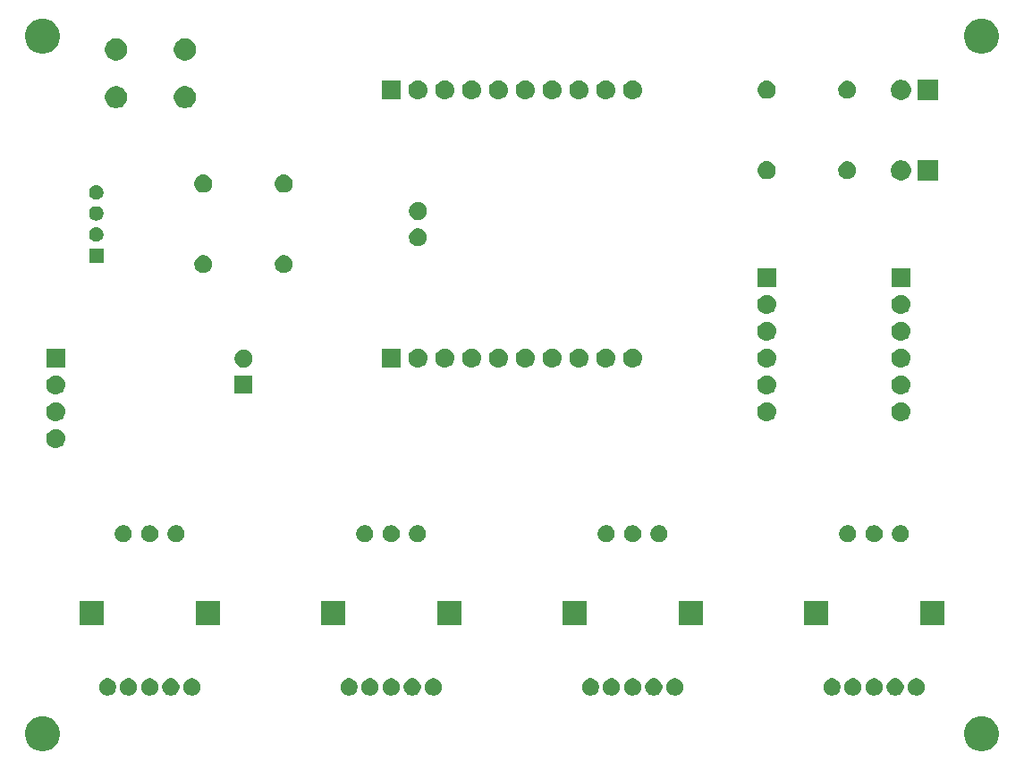
<source format=gbs>
G04 #@! TF.GenerationSoftware,KiCad,Pcbnew,(5.0.2)-1*
G04 #@! TF.CreationDate,2022-01-15T23:06:10+09:00*
G04 #@! TF.ProjectId,Valve,56616c76-652e-46b6-9963-61645f706362,rev?*
G04 #@! TF.SameCoordinates,Original*
G04 #@! TF.FileFunction,Soldermask,Bot*
G04 #@! TF.FilePolarity,Negative*
%FSLAX46Y46*%
G04 Gerber Fmt 4.6, Leading zero omitted, Abs format (unit mm)*
G04 Created by KiCad (PCBNEW (5.0.2)-1) date 2022/01/15 23:06:10*
%MOMM*%
%LPD*%
G01*
G04 APERTURE LIST*
%ADD10C,0.100000*%
G04 APERTURE END LIST*
D10*
G36*
X165475256Y-115231298D02*
X165581579Y-115252447D01*
X165882042Y-115376903D01*
X166148852Y-115555180D01*
X166152454Y-115557587D01*
X166382413Y-115787546D01*
X166563098Y-116057960D01*
X166687553Y-116358422D01*
X166751000Y-116677389D01*
X166751000Y-117002611D01*
X166687553Y-117321578D01*
X166563098Y-117622040D01*
X166382413Y-117892454D01*
X166152454Y-118122413D01*
X166152451Y-118122415D01*
X165882042Y-118303097D01*
X165581579Y-118427553D01*
X165475256Y-118448702D01*
X165262611Y-118491000D01*
X164937389Y-118491000D01*
X164724744Y-118448702D01*
X164618421Y-118427553D01*
X164317958Y-118303097D01*
X164047549Y-118122415D01*
X164047546Y-118122413D01*
X163817587Y-117892454D01*
X163636902Y-117622040D01*
X163512447Y-117321578D01*
X163449000Y-117002611D01*
X163449000Y-116677389D01*
X163512447Y-116358422D01*
X163636902Y-116057960D01*
X163817587Y-115787546D01*
X164047546Y-115557587D01*
X164051148Y-115555180D01*
X164317958Y-115376903D01*
X164618421Y-115252447D01*
X164724744Y-115231298D01*
X164937389Y-115189000D01*
X165262611Y-115189000D01*
X165475256Y-115231298D01*
X165475256Y-115231298D01*
G37*
G36*
X76575256Y-115231298D02*
X76681579Y-115252447D01*
X76982042Y-115376903D01*
X77248852Y-115555180D01*
X77252454Y-115557587D01*
X77482413Y-115787546D01*
X77663098Y-116057960D01*
X77787553Y-116358422D01*
X77851000Y-116677389D01*
X77851000Y-117002611D01*
X77787553Y-117321578D01*
X77663098Y-117622040D01*
X77482413Y-117892454D01*
X77252454Y-118122413D01*
X77252451Y-118122415D01*
X76982042Y-118303097D01*
X76681579Y-118427553D01*
X76575256Y-118448702D01*
X76362611Y-118491000D01*
X76037389Y-118491000D01*
X75824744Y-118448702D01*
X75718421Y-118427553D01*
X75417958Y-118303097D01*
X75147549Y-118122415D01*
X75147546Y-118122413D01*
X74917587Y-117892454D01*
X74736902Y-117622040D01*
X74612447Y-117321578D01*
X74549000Y-117002611D01*
X74549000Y-116677389D01*
X74612447Y-116358422D01*
X74736902Y-116057960D01*
X74917587Y-115787546D01*
X75147546Y-115557587D01*
X75151148Y-115555180D01*
X75417958Y-115376903D01*
X75718421Y-115252447D01*
X75824744Y-115231298D01*
X76037389Y-115189000D01*
X76362611Y-115189000D01*
X76575256Y-115231298D01*
X76575256Y-115231298D01*
G37*
G36*
X111457142Y-111628242D02*
X111605102Y-111689530D01*
X111738258Y-111778502D01*
X111851498Y-111891742D01*
X111940470Y-112024898D01*
X112001758Y-112172858D01*
X112033000Y-112329925D01*
X112033000Y-112490075D01*
X112001758Y-112647142D01*
X111940470Y-112795102D01*
X111851498Y-112928258D01*
X111738258Y-113041498D01*
X111605102Y-113130470D01*
X111457142Y-113191758D01*
X111300075Y-113223000D01*
X111139925Y-113223000D01*
X110982858Y-113191758D01*
X110834898Y-113130470D01*
X110701742Y-113041498D01*
X110588502Y-112928258D01*
X110499530Y-112795102D01*
X110438242Y-112647142D01*
X110407000Y-112490075D01*
X110407000Y-112329925D01*
X110438242Y-112172858D01*
X110499530Y-112024898D01*
X110588502Y-111891742D01*
X110701742Y-111778502D01*
X110834898Y-111689530D01*
X110982858Y-111628242D01*
X111139925Y-111597000D01*
X111300075Y-111597000D01*
X111457142Y-111628242D01*
X111457142Y-111628242D01*
G37*
G36*
X151177142Y-111628242D02*
X151325102Y-111689530D01*
X151458258Y-111778502D01*
X151571498Y-111891742D01*
X151660470Y-112024898D01*
X151721758Y-112172858D01*
X151753000Y-112329925D01*
X151753000Y-112490075D01*
X151721758Y-112647142D01*
X151660470Y-112795102D01*
X151571498Y-112928258D01*
X151458258Y-113041498D01*
X151325102Y-113130470D01*
X151177142Y-113191758D01*
X151020075Y-113223000D01*
X150859925Y-113223000D01*
X150702858Y-113191758D01*
X150554898Y-113130470D01*
X150421742Y-113041498D01*
X150308502Y-112928258D01*
X150219530Y-112795102D01*
X150158242Y-112647142D01*
X150127000Y-112490075D01*
X150127000Y-112329925D01*
X150158242Y-112172858D01*
X150219530Y-112024898D01*
X150308502Y-111891742D01*
X150421742Y-111778502D01*
X150554898Y-111689530D01*
X150702858Y-111628242D01*
X150859925Y-111597000D01*
X151020075Y-111597000D01*
X151177142Y-111628242D01*
X151177142Y-111628242D01*
G37*
G36*
X157177142Y-111628242D02*
X157325102Y-111689530D01*
X157458258Y-111778502D01*
X157571498Y-111891742D01*
X157660470Y-112024898D01*
X157721758Y-112172858D01*
X157753000Y-112329925D01*
X157753000Y-112490075D01*
X157721758Y-112647142D01*
X157660470Y-112795102D01*
X157571498Y-112928258D01*
X157458258Y-113041498D01*
X157325102Y-113130470D01*
X157177142Y-113191758D01*
X157020075Y-113223000D01*
X156859925Y-113223000D01*
X156702858Y-113191758D01*
X156554898Y-113130470D01*
X156421742Y-113041498D01*
X156308502Y-112928258D01*
X156219530Y-112795102D01*
X156158242Y-112647142D01*
X156127000Y-112490075D01*
X156127000Y-112329925D01*
X156158242Y-112172858D01*
X156219530Y-112024898D01*
X156308502Y-111891742D01*
X156421742Y-111778502D01*
X156554898Y-111689530D01*
X156702858Y-111628242D01*
X156859925Y-111597000D01*
X157020075Y-111597000D01*
X157177142Y-111628242D01*
X157177142Y-111628242D01*
G37*
G36*
X128317142Y-111628242D02*
X128465102Y-111689530D01*
X128598258Y-111778502D01*
X128711498Y-111891742D01*
X128800470Y-112024898D01*
X128861758Y-112172858D01*
X128893000Y-112329925D01*
X128893000Y-112490075D01*
X128861758Y-112647142D01*
X128800470Y-112795102D01*
X128711498Y-112928258D01*
X128598258Y-113041498D01*
X128465102Y-113130470D01*
X128317142Y-113191758D01*
X128160075Y-113223000D01*
X127999925Y-113223000D01*
X127842858Y-113191758D01*
X127694898Y-113130470D01*
X127561742Y-113041498D01*
X127448502Y-112928258D01*
X127359530Y-112795102D01*
X127298242Y-112647142D01*
X127267000Y-112490075D01*
X127267000Y-112329925D01*
X127298242Y-112172858D01*
X127359530Y-112024898D01*
X127448502Y-111891742D01*
X127561742Y-111778502D01*
X127694898Y-111689530D01*
X127842858Y-111628242D01*
X127999925Y-111597000D01*
X128160075Y-111597000D01*
X128317142Y-111628242D01*
X128317142Y-111628242D01*
G37*
G36*
X130317142Y-111628242D02*
X130465102Y-111689530D01*
X130598258Y-111778502D01*
X130711498Y-111891742D01*
X130800470Y-112024898D01*
X130861758Y-112172858D01*
X130893000Y-112329925D01*
X130893000Y-112490075D01*
X130861758Y-112647142D01*
X130800470Y-112795102D01*
X130711498Y-112928258D01*
X130598258Y-113041498D01*
X130465102Y-113130470D01*
X130317142Y-113191758D01*
X130160075Y-113223000D01*
X129999925Y-113223000D01*
X129842858Y-113191758D01*
X129694898Y-113130470D01*
X129561742Y-113041498D01*
X129448502Y-112928258D01*
X129359530Y-112795102D01*
X129298242Y-112647142D01*
X129267000Y-112490075D01*
X129267000Y-112329925D01*
X129298242Y-112172858D01*
X129359530Y-112024898D01*
X129448502Y-111891742D01*
X129561742Y-111778502D01*
X129694898Y-111689530D01*
X129842858Y-111628242D01*
X129999925Y-111597000D01*
X130160075Y-111597000D01*
X130317142Y-111628242D01*
X130317142Y-111628242D01*
G37*
G36*
X132317142Y-111628242D02*
X132465102Y-111689530D01*
X132598258Y-111778502D01*
X132711498Y-111891742D01*
X132800470Y-112024898D01*
X132861758Y-112172858D01*
X132893000Y-112329925D01*
X132893000Y-112490075D01*
X132861758Y-112647142D01*
X132800470Y-112795102D01*
X132711498Y-112928258D01*
X132598258Y-113041498D01*
X132465102Y-113130470D01*
X132317142Y-113191758D01*
X132160075Y-113223000D01*
X131999925Y-113223000D01*
X131842858Y-113191758D01*
X131694898Y-113130470D01*
X131561742Y-113041498D01*
X131448502Y-112928258D01*
X131359530Y-112795102D01*
X131298242Y-112647142D01*
X131267000Y-112490075D01*
X131267000Y-112329925D01*
X131298242Y-112172858D01*
X131359530Y-112024898D01*
X131448502Y-111891742D01*
X131561742Y-111778502D01*
X131694898Y-111689530D01*
X131842858Y-111628242D01*
X131999925Y-111597000D01*
X132160075Y-111597000D01*
X132317142Y-111628242D01*
X132317142Y-111628242D01*
G37*
G36*
X134317142Y-111628242D02*
X134465102Y-111689530D01*
X134598258Y-111778502D01*
X134711498Y-111891742D01*
X134800470Y-112024898D01*
X134861758Y-112172858D01*
X134893000Y-112329925D01*
X134893000Y-112490075D01*
X134861758Y-112647142D01*
X134800470Y-112795102D01*
X134711498Y-112928258D01*
X134598258Y-113041498D01*
X134465102Y-113130470D01*
X134317142Y-113191758D01*
X134160075Y-113223000D01*
X133999925Y-113223000D01*
X133842858Y-113191758D01*
X133694898Y-113130470D01*
X133561742Y-113041498D01*
X133448502Y-112928258D01*
X133359530Y-112795102D01*
X133298242Y-112647142D01*
X133267000Y-112490075D01*
X133267000Y-112329925D01*
X133298242Y-112172858D01*
X133359530Y-112024898D01*
X133448502Y-111891742D01*
X133561742Y-111778502D01*
X133694898Y-111689530D01*
X133842858Y-111628242D01*
X133999925Y-111597000D01*
X134160075Y-111597000D01*
X134317142Y-111628242D01*
X134317142Y-111628242D01*
G37*
G36*
X136317142Y-111628242D02*
X136465102Y-111689530D01*
X136598258Y-111778502D01*
X136711498Y-111891742D01*
X136800470Y-112024898D01*
X136861758Y-112172858D01*
X136893000Y-112329925D01*
X136893000Y-112490075D01*
X136861758Y-112647142D01*
X136800470Y-112795102D01*
X136711498Y-112928258D01*
X136598258Y-113041498D01*
X136465102Y-113130470D01*
X136317142Y-113191758D01*
X136160075Y-113223000D01*
X135999925Y-113223000D01*
X135842858Y-113191758D01*
X135694898Y-113130470D01*
X135561742Y-113041498D01*
X135448502Y-112928258D01*
X135359530Y-112795102D01*
X135298242Y-112647142D01*
X135267000Y-112490075D01*
X135267000Y-112329925D01*
X135298242Y-112172858D01*
X135359530Y-112024898D01*
X135448502Y-111891742D01*
X135561742Y-111778502D01*
X135694898Y-111689530D01*
X135842858Y-111628242D01*
X135999925Y-111597000D01*
X136160075Y-111597000D01*
X136317142Y-111628242D01*
X136317142Y-111628242D01*
G37*
G36*
X153177142Y-111628242D02*
X153325102Y-111689530D01*
X153458258Y-111778502D01*
X153571498Y-111891742D01*
X153660470Y-112024898D01*
X153721758Y-112172858D01*
X153753000Y-112329925D01*
X153753000Y-112490075D01*
X153721758Y-112647142D01*
X153660470Y-112795102D01*
X153571498Y-112928258D01*
X153458258Y-113041498D01*
X153325102Y-113130470D01*
X153177142Y-113191758D01*
X153020075Y-113223000D01*
X152859925Y-113223000D01*
X152702858Y-113191758D01*
X152554898Y-113130470D01*
X152421742Y-113041498D01*
X152308502Y-112928258D01*
X152219530Y-112795102D01*
X152158242Y-112647142D01*
X152127000Y-112490075D01*
X152127000Y-112329925D01*
X152158242Y-112172858D01*
X152219530Y-112024898D01*
X152308502Y-111891742D01*
X152421742Y-111778502D01*
X152554898Y-111689530D01*
X152702858Y-111628242D01*
X152859925Y-111597000D01*
X153020075Y-111597000D01*
X153177142Y-111628242D01*
X153177142Y-111628242D01*
G37*
G36*
X109457142Y-111628242D02*
X109605102Y-111689530D01*
X109738258Y-111778502D01*
X109851498Y-111891742D01*
X109940470Y-112024898D01*
X110001758Y-112172858D01*
X110033000Y-112329925D01*
X110033000Y-112490075D01*
X110001758Y-112647142D01*
X109940470Y-112795102D01*
X109851498Y-112928258D01*
X109738258Y-113041498D01*
X109605102Y-113130470D01*
X109457142Y-113191758D01*
X109300075Y-113223000D01*
X109139925Y-113223000D01*
X108982858Y-113191758D01*
X108834898Y-113130470D01*
X108701742Y-113041498D01*
X108588502Y-112928258D01*
X108499530Y-112795102D01*
X108438242Y-112647142D01*
X108407000Y-112490075D01*
X108407000Y-112329925D01*
X108438242Y-112172858D01*
X108499530Y-112024898D01*
X108588502Y-111891742D01*
X108701742Y-111778502D01*
X108834898Y-111689530D01*
X108982858Y-111628242D01*
X109139925Y-111597000D01*
X109300075Y-111597000D01*
X109457142Y-111628242D01*
X109457142Y-111628242D01*
G37*
G36*
X107457142Y-111628242D02*
X107605102Y-111689530D01*
X107738258Y-111778502D01*
X107851498Y-111891742D01*
X107940470Y-112024898D01*
X108001758Y-112172858D01*
X108033000Y-112329925D01*
X108033000Y-112490075D01*
X108001758Y-112647142D01*
X107940470Y-112795102D01*
X107851498Y-112928258D01*
X107738258Y-113041498D01*
X107605102Y-113130470D01*
X107457142Y-113191758D01*
X107300075Y-113223000D01*
X107139925Y-113223000D01*
X106982858Y-113191758D01*
X106834898Y-113130470D01*
X106701742Y-113041498D01*
X106588502Y-112928258D01*
X106499530Y-112795102D01*
X106438242Y-112647142D01*
X106407000Y-112490075D01*
X106407000Y-112329925D01*
X106438242Y-112172858D01*
X106499530Y-112024898D01*
X106588502Y-111891742D01*
X106701742Y-111778502D01*
X106834898Y-111689530D01*
X106982858Y-111628242D01*
X107139925Y-111597000D01*
X107300075Y-111597000D01*
X107457142Y-111628242D01*
X107457142Y-111628242D01*
G37*
G36*
X105457142Y-111628242D02*
X105605102Y-111689530D01*
X105738258Y-111778502D01*
X105851498Y-111891742D01*
X105940470Y-112024898D01*
X106001758Y-112172858D01*
X106033000Y-112329925D01*
X106033000Y-112490075D01*
X106001758Y-112647142D01*
X105940470Y-112795102D01*
X105851498Y-112928258D01*
X105738258Y-113041498D01*
X105605102Y-113130470D01*
X105457142Y-113191758D01*
X105300075Y-113223000D01*
X105139925Y-113223000D01*
X104982858Y-113191758D01*
X104834898Y-113130470D01*
X104701742Y-113041498D01*
X104588502Y-112928258D01*
X104499530Y-112795102D01*
X104438242Y-112647142D01*
X104407000Y-112490075D01*
X104407000Y-112329925D01*
X104438242Y-112172858D01*
X104499530Y-112024898D01*
X104588502Y-111891742D01*
X104701742Y-111778502D01*
X104834898Y-111689530D01*
X104982858Y-111628242D01*
X105139925Y-111597000D01*
X105300075Y-111597000D01*
X105457142Y-111628242D01*
X105457142Y-111628242D01*
G37*
G36*
X159177142Y-111628242D02*
X159325102Y-111689530D01*
X159458258Y-111778502D01*
X159571498Y-111891742D01*
X159660470Y-112024898D01*
X159721758Y-112172858D01*
X159753000Y-112329925D01*
X159753000Y-112490075D01*
X159721758Y-112647142D01*
X159660470Y-112795102D01*
X159571498Y-112928258D01*
X159458258Y-113041498D01*
X159325102Y-113130470D01*
X159177142Y-113191758D01*
X159020075Y-113223000D01*
X158859925Y-113223000D01*
X158702858Y-113191758D01*
X158554898Y-113130470D01*
X158421742Y-113041498D01*
X158308502Y-112928258D01*
X158219530Y-112795102D01*
X158158242Y-112647142D01*
X158127000Y-112490075D01*
X158127000Y-112329925D01*
X158158242Y-112172858D01*
X158219530Y-112024898D01*
X158308502Y-111891742D01*
X158421742Y-111778502D01*
X158554898Y-111689530D01*
X158702858Y-111628242D01*
X158859925Y-111597000D01*
X159020075Y-111597000D01*
X159177142Y-111628242D01*
X159177142Y-111628242D01*
G37*
G36*
X90597142Y-111628242D02*
X90745102Y-111689530D01*
X90878258Y-111778502D01*
X90991498Y-111891742D01*
X91080470Y-112024898D01*
X91141758Y-112172858D01*
X91173000Y-112329925D01*
X91173000Y-112490075D01*
X91141758Y-112647142D01*
X91080470Y-112795102D01*
X90991498Y-112928258D01*
X90878258Y-113041498D01*
X90745102Y-113130470D01*
X90597142Y-113191758D01*
X90440075Y-113223000D01*
X90279925Y-113223000D01*
X90122858Y-113191758D01*
X89974898Y-113130470D01*
X89841742Y-113041498D01*
X89728502Y-112928258D01*
X89639530Y-112795102D01*
X89578242Y-112647142D01*
X89547000Y-112490075D01*
X89547000Y-112329925D01*
X89578242Y-112172858D01*
X89639530Y-112024898D01*
X89728502Y-111891742D01*
X89841742Y-111778502D01*
X89974898Y-111689530D01*
X90122858Y-111628242D01*
X90279925Y-111597000D01*
X90440075Y-111597000D01*
X90597142Y-111628242D01*
X90597142Y-111628242D01*
G37*
G36*
X88597142Y-111628242D02*
X88745102Y-111689530D01*
X88878258Y-111778502D01*
X88991498Y-111891742D01*
X89080470Y-112024898D01*
X89141758Y-112172858D01*
X89173000Y-112329925D01*
X89173000Y-112490075D01*
X89141758Y-112647142D01*
X89080470Y-112795102D01*
X88991498Y-112928258D01*
X88878258Y-113041498D01*
X88745102Y-113130470D01*
X88597142Y-113191758D01*
X88440075Y-113223000D01*
X88279925Y-113223000D01*
X88122858Y-113191758D01*
X87974898Y-113130470D01*
X87841742Y-113041498D01*
X87728502Y-112928258D01*
X87639530Y-112795102D01*
X87578242Y-112647142D01*
X87547000Y-112490075D01*
X87547000Y-112329925D01*
X87578242Y-112172858D01*
X87639530Y-112024898D01*
X87728502Y-111891742D01*
X87841742Y-111778502D01*
X87974898Y-111689530D01*
X88122858Y-111628242D01*
X88279925Y-111597000D01*
X88440075Y-111597000D01*
X88597142Y-111628242D01*
X88597142Y-111628242D01*
G37*
G36*
X86597142Y-111628242D02*
X86745102Y-111689530D01*
X86878258Y-111778502D01*
X86991498Y-111891742D01*
X87080470Y-112024898D01*
X87141758Y-112172858D01*
X87173000Y-112329925D01*
X87173000Y-112490075D01*
X87141758Y-112647142D01*
X87080470Y-112795102D01*
X86991498Y-112928258D01*
X86878258Y-113041498D01*
X86745102Y-113130470D01*
X86597142Y-113191758D01*
X86440075Y-113223000D01*
X86279925Y-113223000D01*
X86122858Y-113191758D01*
X85974898Y-113130470D01*
X85841742Y-113041498D01*
X85728502Y-112928258D01*
X85639530Y-112795102D01*
X85578242Y-112647142D01*
X85547000Y-112490075D01*
X85547000Y-112329925D01*
X85578242Y-112172858D01*
X85639530Y-112024898D01*
X85728502Y-111891742D01*
X85841742Y-111778502D01*
X85974898Y-111689530D01*
X86122858Y-111628242D01*
X86279925Y-111597000D01*
X86440075Y-111597000D01*
X86597142Y-111628242D01*
X86597142Y-111628242D01*
G37*
G36*
X84597142Y-111628242D02*
X84745102Y-111689530D01*
X84878258Y-111778502D01*
X84991498Y-111891742D01*
X85080470Y-112024898D01*
X85141758Y-112172858D01*
X85173000Y-112329925D01*
X85173000Y-112490075D01*
X85141758Y-112647142D01*
X85080470Y-112795102D01*
X84991498Y-112928258D01*
X84878258Y-113041498D01*
X84745102Y-113130470D01*
X84597142Y-113191758D01*
X84440075Y-113223000D01*
X84279925Y-113223000D01*
X84122858Y-113191758D01*
X83974898Y-113130470D01*
X83841742Y-113041498D01*
X83728502Y-112928258D01*
X83639530Y-112795102D01*
X83578242Y-112647142D01*
X83547000Y-112490075D01*
X83547000Y-112329925D01*
X83578242Y-112172858D01*
X83639530Y-112024898D01*
X83728502Y-111891742D01*
X83841742Y-111778502D01*
X83974898Y-111689530D01*
X84122858Y-111628242D01*
X84279925Y-111597000D01*
X84440075Y-111597000D01*
X84597142Y-111628242D01*
X84597142Y-111628242D01*
G37*
G36*
X82597142Y-111628242D02*
X82745102Y-111689530D01*
X82878258Y-111778502D01*
X82991498Y-111891742D01*
X83080470Y-112024898D01*
X83141758Y-112172858D01*
X83173000Y-112329925D01*
X83173000Y-112490075D01*
X83141758Y-112647142D01*
X83080470Y-112795102D01*
X82991498Y-112928258D01*
X82878258Y-113041498D01*
X82745102Y-113130470D01*
X82597142Y-113191758D01*
X82440075Y-113223000D01*
X82279925Y-113223000D01*
X82122858Y-113191758D01*
X81974898Y-113130470D01*
X81841742Y-113041498D01*
X81728502Y-112928258D01*
X81639530Y-112795102D01*
X81578242Y-112647142D01*
X81547000Y-112490075D01*
X81547000Y-112329925D01*
X81578242Y-112172858D01*
X81639530Y-112024898D01*
X81728502Y-111891742D01*
X81841742Y-111778502D01*
X81974898Y-111689530D01*
X82122858Y-111628242D01*
X82279925Y-111597000D01*
X82440075Y-111597000D01*
X82597142Y-111628242D01*
X82597142Y-111628242D01*
G37*
G36*
X155177142Y-111628242D02*
X155325102Y-111689530D01*
X155458258Y-111778502D01*
X155571498Y-111891742D01*
X155660470Y-112024898D01*
X155721758Y-112172858D01*
X155753000Y-112329925D01*
X155753000Y-112490075D01*
X155721758Y-112647142D01*
X155660470Y-112795102D01*
X155571498Y-112928258D01*
X155458258Y-113041498D01*
X155325102Y-113130470D01*
X155177142Y-113191758D01*
X155020075Y-113223000D01*
X154859925Y-113223000D01*
X154702858Y-113191758D01*
X154554898Y-113130470D01*
X154421742Y-113041498D01*
X154308502Y-112928258D01*
X154219530Y-112795102D01*
X154158242Y-112647142D01*
X154127000Y-112490075D01*
X154127000Y-112329925D01*
X154158242Y-112172858D01*
X154219530Y-112024898D01*
X154308502Y-111891742D01*
X154421742Y-111778502D01*
X154554898Y-111689530D01*
X154702858Y-111628242D01*
X154859925Y-111597000D01*
X155020075Y-111597000D01*
X155177142Y-111628242D01*
X155177142Y-111628242D01*
G37*
G36*
X113457142Y-111628242D02*
X113605102Y-111689530D01*
X113738258Y-111778502D01*
X113851498Y-111891742D01*
X113940470Y-112024898D01*
X114001758Y-112172858D01*
X114033000Y-112329925D01*
X114033000Y-112490075D01*
X114001758Y-112647142D01*
X113940470Y-112795102D01*
X113851498Y-112928258D01*
X113738258Y-113041498D01*
X113605102Y-113130470D01*
X113457142Y-113191758D01*
X113300075Y-113223000D01*
X113139925Y-113223000D01*
X112982858Y-113191758D01*
X112834898Y-113130470D01*
X112701742Y-113041498D01*
X112588502Y-112928258D01*
X112499530Y-112795102D01*
X112438242Y-112647142D01*
X112407000Y-112490075D01*
X112407000Y-112329925D01*
X112438242Y-112172858D01*
X112499530Y-112024898D01*
X112588502Y-111891742D01*
X112701742Y-111778502D01*
X112834898Y-111689530D01*
X112982858Y-111628242D01*
X113139925Y-111597000D01*
X113300075Y-111597000D01*
X113457142Y-111628242D01*
X113457142Y-111628242D01*
G37*
G36*
X82011000Y-106561000D02*
X79709000Y-106561000D01*
X79709000Y-104259000D01*
X82011000Y-104259000D01*
X82011000Y-106561000D01*
X82011000Y-106561000D01*
G37*
G36*
X104871000Y-106561000D02*
X102569000Y-106561000D01*
X102569000Y-104259000D01*
X104871000Y-104259000D01*
X104871000Y-106561000D01*
X104871000Y-106561000D01*
G37*
G36*
X161591000Y-106561000D02*
X159289000Y-106561000D01*
X159289000Y-104259000D01*
X161591000Y-104259000D01*
X161591000Y-106561000D01*
X161591000Y-106561000D01*
G37*
G36*
X93011000Y-106561000D02*
X90709000Y-106561000D01*
X90709000Y-104259000D01*
X93011000Y-104259000D01*
X93011000Y-106561000D01*
X93011000Y-106561000D01*
G37*
G36*
X150591000Y-106561000D02*
X148289000Y-106561000D01*
X148289000Y-104259000D01*
X150591000Y-104259000D01*
X150591000Y-106561000D01*
X150591000Y-106561000D01*
G37*
G36*
X115871000Y-106561000D02*
X113569000Y-106561000D01*
X113569000Y-104259000D01*
X115871000Y-104259000D01*
X115871000Y-106561000D01*
X115871000Y-106561000D01*
G37*
G36*
X127731000Y-106561000D02*
X125429000Y-106561000D01*
X125429000Y-104259000D01*
X127731000Y-104259000D01*
X127731000Y-106561000D01*
X127731000Y-106561000D01*
G37*
G36*
X138731000Y-106561000D02*
X136429000Y-106561000D01*
X136429000Y-104259000D01*
X138731000Y-104259000D01*
X138731000Y-106561000D01*
X138731000Y-106561000D01*
G37*
G36*
X109457142Y-97128242D02*
X109605102Y-97189530D01*
X109738258Y-97278502D01*
X109851498Y-97391742D01*
X109940470Y-97524898D01*
X110001758Y-97672858D01*
X110033000Y-97829925D01*
X110033000Y-97990075D01*
X110001758Y-98147142D01*
X109940470Y-98295102D01*
X109851498Y-98428258D01*
X109738258Y-98541498D01*
X109605102Y-98630470D01*
X109457142Y-98691758D01*
X109300075Y-98723000D01*
X109139925Y-98723000D01*
X108982858Y-98691758D01*
X108834898Y-98630470D01*
X108701742Y-98541498D01*
X108588502Y-98428258D01*
X108499530Y-98295102D01*
X108438242Y-98147142D01*
X108407000Y-97990075D01*
X108407000Y-97829925D01*
X108438242Y-97672858D01*
X108499530Y-97524898D01*
X108588502Y-97391742D01*
X108701742Y-97278502D01*
X108834898Y-97189530D01*
X108982858Y-97128242D01*
X109139925Y-97097000D01*
X109300075Y-97097000D01*
X109457142Y-97128242D01*
X109457142Y-97128242D01*
G37*
G36*
X111957142Y-97128242D02*
X112105102Y-97189530D01*
X112238258Y-97278502D01*
X112351498Y-97391742D01*
X112440470Y-97524898D01*
X112501758Y-97672858D01*
X112533000Y-97829925D01*
X112533000Y-97990075D01*
X112501758Y-98147142D01*
X112440470Y-98295102D01*
X112351498Y-98428258D01*
X112238258Y-98541498D01*
X112105102Y-98630470D01*
X111957142Y-98691758D01*
X111800075Y-98723000D01*
X111639925Y-98723000D01*
X111482858Y-98691758D01*
X111334898Y-98630470D01*
X111201742Y-98541498D01*
X111088502Y-98428258D01*
X110999530Y-98295102D01*
X110938242Y-98147142D01*
X110907000Y-97990075D01*
X110907000Y-97829925D01*
X110938242Y-97672858D01*
X110999530Y-97524898D01*
X111088502Y-97391742D01*
X111201742Y-97278502D01*
X111334898Y-97189530D01*
X111482858Y-97128242D01*
X111639925Y-97097000D01*
X111800075Y-97097000D01*
X111957142Y-97128242D01*
X111957142Y-97128242D01*
G37*
G36*
X106957142Y-97128242D02*
X107105102Y-97189530D01*
X107238258Y-97278502D01*
X107351498Y-97391742D01*
X107440470Y-97524898D01*
X107501758Y-97672858D01*
X107533000Y-97829925D01*
X107533000Y-97990075D01*
X107501758Y-98147142D01*
X107440470Y-98295102D01*
X107351498Y-98428258D01*
X107238258Y-98541498D01*
X107105102Y-98630470D01*
X106957142Y-98691758D01*
X106800075Y-98723000D01*
X106639925Y-98723000D01*
X106482858Y-98691758D01*
X106334898Y-98630470D01*
X106201742Y-98541498D01*
X106088502Y-98428258D01*
X105999530Y-98295102D01*
X105938242Y-98147142D01*
X105907000Y-97990075D01*
X105907000Y-97829925D01*
X105938242Y-97672858D01*
X105999530Y-97524898D01*
X106088502Y-97391742D01*
X106201742Y-97278502D01*
X106334898Y-97189530D01*
X106482858Y-97128242D01*
X106639925Y-97097000D01*
X106800075Y-97097000D01*
X106957142Y-97128242D01*
X106957142Y-97128242D01*
G37*
G36*
X155177142Y-97128242D02*
X155325102Y-97189530D01*
X155458258Y-97278502D01*
X155571498Y-97391742D01*
X155660470Y-97524898D01*
X155721758Y-97672858D01*
X155753000Y-97829925D01*
X155753000Y-97990075D01*
X155721758Y-98147142D01*
X155660470Y-98295102D01*
X155571498Y-98428258D01*
X155458258Y-98541498D01*
X155325102Y-98630470D01*
X155177142Y-98691758D01*
X155020075Y-98723000D01*
X154859925Y-98723000D01*
X154702858Y-98691758D01*
X154554898Y-98630470D01*
X154421742Y-98541498D01*
X154308502Y-98428258D01*
X154219530Y-98295102D01*
X154158242Y-98147142D01*
X154127000Y-97990075D01*
X154127000Y-97829925D01*
X154158242Y-97672858D01*
X154219530Y-97524898D01*
X154308502Y-97391742D01*
X154421742Y-97278502D01*
X154554898Y-97189530D01*
X154702858Y-97128242D01*
X154859925Y-97097000D01*
X155020075Y-97097000D01*
X155177142Y-97128242D01*
X155177142Y-97128242D01*
G37*
G36*
X157677142Y-97128242D02*
X157825102Y-97189530D01*
X157958258Y-97278502D01*
X158071498Y-97391742D01*
X158160470Y-97524898D01*
X158221758Y-97672858D01*
X158253000Y-97829925D01*
X158253000Y-97990075D01*
X158221758Y-98147142D01*
X158160470Y-98295102D01*
X158071498Y-98428258D01*
X157958258Y-98541498D01*
X157825102Y-98630470D01*
X157677142Y-98691758D01*
X157520075Y-98723000D01*
X157359925Y-98723000D01*
X157202858Y-98691758D01*
X157054898Y-98630470D01*
X156921742Y-98541498D01*
X156808502Y-98428258D01*
X156719530Y-98295102D01*
X156658242Y-98147142D01*
X156627000Y-97990075D01*
X156627000Y-97829925D01*
X156658242Y-97672858D01*
X156719530Y-97524898D01*
X156808502Y-97391742D01*
X156921742Y-97278502D01*
X157054898Y-97189530D01*
X157202858Y-97128242D01*
X157359925Y-97097000D01*
X157520075Y-97097000D01*
X157677142Y-97128242D01*
X157677142Y-97128242D01*
G37*
G36*
X84097142Y-97128242D02*
X84245102Y-97189530D01*
X84378258Y-97278502D01*
X84491498Y-97391742D01*
X84580470Y-97524898D01*
X84641758Y-97672858D01*
X84673000Y-97829925D01*
X84673000Y-97990075D01*
X84641758Y-98147142D01*
X84580470Y-98295102D01*
X84491498Y-98428258D01*
X84378258Y-98541498D01*
X84245102Y-98630470D01*
X84097142Y-98691758D01*
X83940075Y-98723000D01*
X83779925Y-98723000D01*
X83622858Y-98691758D01*
X83474898Y-98630470D01*
X83341742Y-98541498D01*
X83228502Y-98428258D01*
X83139530Y-98295102D01*
X83078242Y-98147142D01*
X83047000Y-97990075D01*
X83047000Y-97829925D01*
X83078242Y-97672858D01*
X83139530Y-97524898D01*
X83228502Y-97391742D01*
X83341742Y-97278502D01*
X83474898Y-97189530D01*
X83622858Y-97128242D01*
X83779925Y-97097000D01*
X83940075Y-97097000D01*
X84097142Y-97128242D01*
X84097142Y-97128242D01*
G37*
G36*
X89097142Y-97128242D02*
X89245102Y-97189530D01*
X89378258Y-97278502D01*
X89491498Y-97391742D01*
X89580470Y-97524898D01*
X89641758Y-97672858D01*
X89673000Y-97829925D01*
X89673000Y-97990075D01*
X89641758Y-98147142D01*
X89580470Y-98295102D01*
X89491498Y-98428258D01*
X89378258Y-98541498D01*
X89245102Y-98630470D01*
X89097142Y-98691758D01*
X88940075Y-98723000D01*
X88779925Y-98723000D01*
X88622858Y-98691758D01*
X88474898Y-98630470D01*
X88341742Y-98541498D01*
X88228502Y-98428258D01*
X88139530Y-98295102D01*
X88078242Y-98147142D01*
X88047000Y-97990075D01*
X88047000Y-97829925D01*
X88078242Y-97672858D01*
X88139530Y-97524898D01*
X88228502Y-97391742D01*
X88341742Y-97278502D01*
X88474898Y-97189530D01*
X88622858Y-97128242D01*
X88779925Y-97097000D01*
X88940075Y-97097000D01*
X89097142Y-97128242D01*
X89097142Y-97128242D01*
G37*
G36*
X86597142Y-97128242D02*
X86745102Y-97189530D01*
X86878258Y-97278502D01*
X86991498Y-97391742D01*
X87080470Y-97524898D01*
X87141758Y-97672858D01*
X87173000Y-97829925D01*
X87173000Y-97990075D01*
X87141758Y-98147142D01*
X87080470Y-98295102D01*
X86991498Y-98428258D01*
X86878258Y-98541498D01*
X86745102Y-98630470D01*
X86597142Y-98691758D01*
X86440075Y-98723000D01*
X86279925Y-98723000D01*
X86122858Y-98691758D01*
X85974898Y-98630470D01*
X85841742Y-98541498D01*
X85728502Y-98428258D01*
X85639530Y-98295102D01*
X85578242Y-98147142D01*
X85547000Y-97990075D01*
X85547000Y-97829925D01*
X85578242Y-97672858D01*
X85639530Y-97524898D01*
X85728502Y-97391742D01*
X85841742Y-97278502D01*
X85974898Y-97189530D01*
X86122858Y-97128242D01*
X86279925Y-97097000D01*
X86440075Y-97097000D01*
X86597142Y-97128242D01*
X86597142Y-97128242D01*
G37*
G36*
X129817142Y-97128242D02*
X129965102Y-97189530D01*
X130098258Y-97278502D01*
X130211498Y-97391742D01*
X130300470Y-97524898D01*
X130361758Y-97672858D01*
X130393000Y-97829925D01*
X130393000Y-97990075D01*
X130361758Y-98147142D01*
X130300470Y-98295102D01*
X130211498Y-98428258D01*
X130098258Y-98541498D01*
X129965102Y-98630470D01*
X129817142Y-98691758D01*
X129660075Y-98723000D01*
X129499925Y-98723000D01*
X129342858Y-98691758D01*
X129194898Y-98630470D01*
X129061742Y-98541498D01*
X128948502Y-98428258D01*
X128859530Y-98295102D01*
X128798242Y-98147142D01*
X128767000Y-97990075D01*
X128767000Y-97829925D01*
X128798242Y-97672858D01*
X128859530Y-97524898D01*
X128948502Y-97391742D01*
X129061742Y-97278502D01*
X129194898Y-97189530D01*
X129342858Y-97128242D01*
X129499925Y-97097000D01*
X129660075Y-97097000D01*
X129817142Y-97128242D01*
X129817142Y-97128242D01*
G37*
G36*
X134817142Y-97128242D02*
X134965102Y-97189530D01*
X135098258Y-97278502D01*
X135211498Y-97391742D01*
X135300470Y-97524898D01*
X135361758Y-97672858D01*
X135393000Y-97829925D01*
X135393000Y-97990075D01*
X135361758Y-98147142D01*
X135300470Y-98295102D01*
X135211498Y-98428258D01*
X135098258Y-98541498D01*
X134965102Y-98630470D01*
X134817142Y-98691758D01*
X134660075Y-98723000D01*
X134499925Y-98723000D01*
X134342858Y-98691758D01*
X134194898Y-98630470D01*
X134061742Y-98541498D01*
X133948502Y-98428258D01*
X133859530Y-98295102D01*
X133798242Y-98147142D01*
X133767000Y-97990075D01*
X133767000Y-97829925D01*
X133798242Y-97672858D01*
X133859530Y-97524898D01*
X133948502Y-97391742D01*
X134061742Y-97278502D01*
X134194898Y-97189530D01*
X134342858Y-97128242D01*
X134499925Y-97097000D01*
X134660075Y-97097000D01*
X134817142Y-97128242D01*
X134817142Y-97128242D01*
G37*
G36*
X132317142Y-97128242D02*
X132465102Y-97189530D01*
X132598258Y-97278502D01*
X132711498Y-97391742D01*
X132800470Y-97524898D01*
X132861758Y-97672858D01*
X132893000Y-97829925D01*
X132893000Y-97990075D01*
X132861758Y-98147142D01*
X132800470Y-98295102D01*
X132711498Y-98428258D01*
X132598258Y-98541498D01*
X132465102Y-98630470D01*
X132317142Y-98691758D01*
X132160075Y-98723000D01*
X131999925Y-98723000D01*
X131842858Y-98691758D01*
X131694898Y-98630470D01*
X131561742Y-98541498D01*
X131448502Y-98428258D01*
X131359530Y-98295102D01*
X131298242Y-98147142D01*
X131267000Y-97990075D01*
X131267000Y-97829925D01*
X131298242Y-97672858D01*
X131359530Y-97524898D01*
X131448502Y-97391742D01*
X131561742Y-97278502D01*
X131694898Y-97189530D01*
X131842858Y-97128242D01*
X131999925Y-97097000D01*
X132160075Y-97097000D01*
X132317142Y-97128242D01*
X132317142Y-97128242D01*
G37*
G36*
X152677142Y-97128242D02*
X152825102Y-97189530D01*
X152958258Y-97278502D01*
X153071498Y-97391742D01*
X153160470Y-97524898D01*
X153221758Y-97672858D01*
X153253000Y-97829925D01*
X153253000Y-97990075D01*
X153221758Y-98147142D01*
X153160470Y-98295102D01*
X153071498Y-98428258D01*
X152958258Y-98541498D01*
X152825102Y-98630470D01*
X152677142Y-98691758D01*
X152520075Y-98723000D01*
X152359925Y-98723000D01*
X152202858Y-98691758D01*
X152054898Y-98630470D01*
X151921742Y-98541498D01*
X151808502Y-98428258D01*
X151719530Y-98295102D01*
X151658242Y-98147142D01*
X151627000Y-97990075D01*
X151627000Y-97829925D01*
X151658242Y-97672858D01*
X151719530Y-97524898D01*
X151808502Y-97391742D01*
X151921742Y-97278502D01*
X152054898Y-97189530D01*
X152202858Y-97128242D01*
X152359925Y-97097000D01*
X152520075Y-97097000D01*
X152677142Y-97128242D01*
X152677142Y-97128242D01*
G37*
G36*
X77580443Y-88005519D02*
X77646627Y-88012037D01*
X77759853Y-88046384D01*
X77816467Y-88063557D01*
X77955087Y-88137652D01*
X77972991Y-88147222D01*
X78008729Y-88176552D01*
X78110186Y-88259814D01*
X78193448Y-88361271D01*
X78222778Y-88397009D01*
X78222779Y-88397011D01*
X78306443Y-88553533D01*
X78306443Y-88553534D01*
X78357963Y-88723373D01*
X78375359Y-88900000D01*
X78357963Y-89076627D01*
X78323616Y-89189853D01*
X78306443Y-89246467D01*
X78232348Y-89385087D01*
X78222778Y-89402991D01*
X78193448Y-89438729D01*
X78110186Y-89540186D01*
X78008729Y-89623448D01*
X77972991Y-89652778D01*
X77972989Y-89652779D01*
X77816467Y-89736443D01*
X77759853Y-89753616D01*
X77646627Y-89787963D01*
X77580443Y-89794481D01*
X77514260Y-89801000D01*
X77425740Y-89801000D01*
X77359557Y-89794481D01*
X77293373Y-89787963D01*
X77180147Y-89753616D01*
X77123533Y-89736443D01*
X76967011Y-89652779D01*
X76967009Y-89652778D01*
X76931271Y-89623448D01*
X76829814Y-89540186D01*
X76746552Y-89438729D01*
X76717222Y-89402991D01*
X76707652Y-89385087D01*
X76633557Y-89246467D01*
X76616384Y-89189853D01*
X76582037Y-89076627D01*
X76564641Y-88900000D01*
X76582037Y-88723373D01*
X76633557Y-88553534D01*
X76633557Y-88553533D01*
X76717221Y-88397011D01*
X76717222Y-88397009D01*
X76746552Y-88361271D01*
X76829814Y-88259814D01*
X76931271Y-88176552D01*
X76967009Y-88147222D01*
X76984913Y-88137652D01*
X77123533Y-88063557D01*
X77180147Y-88046384D01*
X77293373Y-88012037D01*
X77359557Y-88005519D01*
X77425740Y-87999000D01*
X77514260Y-87999000D01*
X77580443Y-88005519D01*
X77580443Y-88005519D01*
G37*
G36*
X144890442Y-85465518D02*
X144956627Y-85472037D01*
X145069853Y-85506384D01*
X145126467Y-85523557D01*
X145265087Y-85597652D01*
X145282991Y-85607222D01*
X145318729Y-85636552D01*
X145420186Y-85719814D01*
X145503448Y-85821271D01*
X145532778Y-85857009D01*
X145532779Y-85857011D01*
X145616443Y-86013533D01*
X145616443Y-86013534D01*
X145667963Y-86183373D01*
X145685359Y-86360000D01*
X145667963Y-86536627D01*
X145633616Y-86649853D01*
X145616443Y-86706467D01*
X145542348Y-86845087D01*
X145532778Y-86862991D01*
X145503448Y-86898729D01*
X145420186Y-87000186D01*
X145318729Y-87083448D01*
X145282991Y-87112778D01*
X145282989Y-87112779D01*
X145126467Y-87196443D01*
X145069853Y-87213616D01*
X144956627Y-87247963D01*
X144890442Y-87254482D01*
X144824260Y-87261000D01*
X144735740Y-87261000D01*
X144669558Y-87254482D01*
X144603373Y-87247963D01*
X144490147Y-87213616D01*
X144433533Y-87196443D01*
X144277011Y-87112779D01*
X144277009Y-87112778D01*
X144241271Y-87083448D01*
X144139814Y-87000186D01*
X144056552Y-86898729D01*
X144027222Y-86862991D01*
X144017652Y-86845087D01*
X143943557Y-86706467D01*
X143926384Y-86649853D01*
X143892037Y-86536627D01*
X143874641Y-86360000D01*
X143892037Y-86183373D01*
X143943557Y-86013534D01*
X143943557Y-86013533D01*
X144027221Y-85857011D01*
X144027222Y-85857009D01*
X144056552Y-85821271D01*
X144139814Y-85719814D01*
X144241271Y-85636552D01*
X144277009Y-85607222D01*
X144294913Y-85597652D01*
X144433533Y-85523557D01*
X144490147Y-85506384D01*
X144603373Y-85472037D01*
X144669558Y-85465518D01*
X144735740Y-85459000D01*
X144824260Y-85459000D01*
X144890442Y-85465518D01*
X144890442Y-85465518D01*
G37*
G36*
X157590442Y-85465518D02*
X157656627Y-85472037D01*
X157769853Y-85506384D01*
X157826467Y-85523557D01*
X157965087Y-85597652D01*
X157982991Y-85607222D01*
X158018729Y-85636552D01*
X158120186Y-85719814D01*
X158203448Y-85821271D01*
X158232778Y-85857009D01*
X158232779Y-85857011D01*
X158316443Y-86013533D01*
X158316443Y-86013534D01*
X158367963Y-86183373D01*
X158385359Y-86360000D01*
X158367963Y-86536627D01*
X158333616Y-86649853D01*
X158316443Y-86706467D01*
X158242348Y-86845087D01*
X158232778Y-86862991D01*
X158203448Y-86898729D01*
X158120186Y-87000186D01*
X158018729Y-87083448D01*
X157982991Y-87112778D01*
X157982989Y-87112779D01*
X157826467Y-87196443D01*
X157769853Y-87213616D01*
X157656627Y-87247963D01*
X157590442Y-87254482D01*
X157524260Y-87261000D01*
X157435740Y-87261000D01*
X157369558Y-87254482D01*
X157303373Y-87247963D01*
X157190147Y-87213616D01*
X157133533Y-87196443D01*
X156977011Y-87112779D01*
X156977009Y-87112778D01*
X156941271Y-87083448D01*
X156839814Y-87000186D01*
X156756552Y-86898729D01*
X156727222Y-86862991D01*
X156717652Y-86845087D01*
X156643557Y-86706467D01*
X156626384Y-86649853D01*
X156592037Y-86536627D01*
X156574641Y-86360000D01*
X156592037Y-86183373D01*
X156643557Y-86013534D01*
X156643557Y-86013533D01*
X156727221Y-85857011D01*
X156727222Y-85857009D01*
X156756552Y-85821271D01*
X156839814Y-85719814D01*
X156941271Y-85636552D01*
X156977009Y-85607222D01*
X156994913Y-85597652D01*
X157133533Y-85523557D01*
X157190147Y-85506384D01*
X157303373Y-85472037D01*
X157369558Y-85465518D01*
X157435740Y-85459000D01*
X157524260Y-85459000D01*
X157590442Y-85465518D01*
X157590442Y-85465518D01*
G37*
G36*
X77580442Y-85465518D02*
X77646627Y-85472037D01*
X77759853Y-85506384D01*
X77816467Y-85523557D01*
X77955087Y-85597652D01*
X77972991Y-85607222D01*
X78008729Y-85636552D01*
X78110186Y-85719814D01*
X78193448Y-85821271D01*
X78222778Y-85857009D01*
X78222779Y-85857011D01*
X78306443Y-86013533D01*
X78306443Y-86013534D01*
X78357963Y-86183373D01*
X78375359Y-86360000D01*
X78357963Y-86536627D01*
X78323616Y-86649853D01*
X78306443Y-86706467D01*
X78232348Y-86845087D01*
X78222778Y-86862991D01*
X78193448Y-86898729D01*
X78110186Y-87000186D01*
X78008729Y-87083448D01*
X77972991Y-87112778D01*
X77972989Y-87112779D01*
X77816467Y-87196443D01*
X77759853Y-87213616D01*
X77646627Y-87247963D01*
X77580442Y-87254482D01*
X77514260Y-87261000D01*
X77425740Y-87261000D01*
X77359558Y-87254482D01*
X77293373Y-87247963D01*
X77180147Y-87213616D01*
X77123533Y-87196443D01*
X76967011Y-87112779D01*
X76967009Y-87112778D01*
X76931271Y-87083448D01*
X76829814Y-87000186D01*
X76746552Y-86898729D01*
X76717222Y-86862991D01*
X76707652Y-86845087D01*
X76633557Y-86706467D01*
X76616384Y-86649853D01*
X76582037Y-86536627D01*
X76564641Y-86360000D01*
X76582037Y-86183373D01*
X76633557Y-86013534D01*
X76633557Y-86013533D01*
X76717221Y-85857011D01*
X76717222Y-85857009D01*
X76746552Y-85821271D01*
X76829814Y-85719814D01*
X76931271Y-85636552D01*
X76967009Y-85607222D01*
X76984913Y-85597652D01*
X77123533Y-85523557D01*
X77180147Y-85506384D01*
X77293373Y-85472037D01*
X77359558Y-85465518D01*
X77425740Y-85459000D01*
X77514260Y-85459000D01*
X77580442Y-85465518D01*
X77580442Y-85465518D01*
G37*
G36*
X157590443Y-82925519D02*
X157656627Y-82932037D01*
X157769853Y-82966384D01*
X157826467Y-82983557D01*
X157965087Y-83057652D01*
X157982991Y-83067222D01*
X158018729Y-83096552D01*
X158120186Y-83179814D01*
X158203448Y-83281271D01*
X158232778Y-83317009D01*
X158232779Y-83317011D01*
X158316443Y-83473533D01*
X158316443Y-83473534D01*
X158367963Y-83643373D01*
X158385359Y-83820000D01*
X158367963Y-83996627D01*
X158333616Y-84109853D01*
X158316443Y-84166467D01*
X158242348Y-84305087D01*
X158232778Y-84322991D01*
X158203448Y-84358729D01*
X158120186Y-84460186D01*
X158018729Y-84543448D01*
X157982991Y-84572778D01*
X157982989Y-84572779D01*
X157826467Y-84656443D01*
X157778478Y-84671000D01*
X157656627Y-84707963D01*
X157590443Y-84714481D01*
X157524260Y-84721000D01*
X157435740Y-84721000D01*
X157369557Y-84714481D01*
X157303373Y-84707963D01*
X157181522Y-84671000D01*
X157133533Y-84656443D01*
X156977011Y-84572779D01*
X156977009Y-84572778D01*
X156941271Y-84543448D01*
X156839814Y-84460186D01*
X156756552Y-84358729D01*
X156727222Y-84322991D01*
X156717652Y-84305087D01*
X156643557Y-84166467D01*
X156626384Y-84109853D01*
X156592037Y-83996627D01*
X156574641Y-83820000D01*
X156592037Y-83643373D01*
X156643557Y-83473534D01*
X156643557Y-83473533D01*
X156727221Y-83317011D01*
X156727222Y-83317009D01*
X156756552Y-83281271D01*
X156839814Y-83179814D01*
X156941271Y-83096552D01*
X156977009Y-83067222D01*
X156994913Y-83057652D01*
X157133533Y-82983557D01*
X157190147Y-82966384D01*
X157303373Y-82932037D01*
X157369557Y-82925519D01*
X157435740Y-82919000D01*
X157524260Y-82919000D01*
X157590443Y-82925519D01*
X157590443Y-82925519D01*
G37*
G36*
X77580443Y-82925519D02*
X77646627Y-82932037D01*
X77759853Y-82966384D01*
X77816467Y-82983557D01*
X77955087Y-83057652D01*
X77972991Y-83067222D01*
X78008729Y-83096552D01*
X78110186Y-83179814D01*
X78193448Y-83281271D01*
X78222778Y-83317009D01*
X78222779Y-83317011D01*
X78306443Y-83473533D01*
X78306443Y-83473534D01*
X78357963Y-83643373D01*
X78375359Y-83820000D01*
X78357963Y-83996627D01*
X78323616Y-84109853D01*
X78306443Y-84166467D01*
X78232348Y-84305087D01*
X78222778Y-84322991D01*
X78193448Y-84358729D01*
X78110186Y-84460186D01*
X78008729Y-84543448D01*
X77972991Y-84572778D01*
X77972989Y-84572779D01*
X77816467Y-84656443D01*
X77768478Y-84671000D01*
X77646627Y-84707963D01*
X77580443Y-84714481D01*
X77514260Y-84721000D01*
X77425740Y-84721000D01*
X77359557Y-84714481D01*
X77293373Y-84707963D01*
X77171522Y-84671000D01*
X77123533Y-84656443D01*
X76967011Y-84572779D01*
X76967009Y-84572778D01*
X76931271Y-84543448D01*
X76829814Y-84460186D01*
X76746552Y-84358729D01*
X76717222Y-84322991D01*
X76707652Y-84305087D01*
X76633557Y-84166467D01*
X76616384Y-84109853D01*
X76582037Y-83996627D01*
X76564641Y-83820000D01*
X76582037Y-83643373D01*
X76633557Y-83473534D01*
X76633557Y-83473533D01*
X76717221Y-83317011D01*
X76717222Y-83317009D01*
X76746552Y-83281271D01*
X76829814Y-83179814D01*
X76931271Y-83096552D01*
X76967009Y-83067222D01*
X76984913Y-83057652D01*
X77123533Y-82983557D01*
X77180147Y-82966384D01*
X77293373Y-82932037D01*
X77359557Y-82925519D01*
X77425740Y-82919000D01*
X77514260Y-82919000D01*
X77580443Y-82925519D01*
X77580443Y-82925519D01*
G37*
G36*
X144890443Y-82925519D02*
X144956627Y-82932037D01*
X145069853Y-82966384D01*
X145126467Y-82983557D01*
X145265087Y-83057652D01*
X145282991Y-83067222D01*
X145318729Y-83096552D01*
X145420186Y-83179814D01*
X145503448Y-83281271D01*
X145532778Y-83317009D01*
X145532779Y-83317011D01*
X145616443Y-83473533D01*
X145616443Y-83473534D01*
X145667963Y-83643373D01*
X145685359Y-83820000D01*
X145667963Y-83996627D01*
X145633616Y-84109853D01*
X145616443Y-84166467D01*
X145542348Y-84305087D01*
X145532778Y-84322991D01*
X145503448Y-84358729D01*
X145420186Y-84460186D01*
X145318729Y-84543448D01*
X145282991Y-84572778D01*
X145282989Y-84572779D01*
X145126467Y-84656443D01*
X145078478Y-84671000D01*
X144956627Y-84707963D01*
X144890443Y-84714481D01*
X144824260Y-84721000D01*
X144735740Y-84721000D01*
X144669557Y-84714481D01*
X144603373Y-84707963D01*
X144481522Y-84671000D01*
X144433533Y-84656443D01*
X144277011Y-84572779D01*
X144277009Y-84572778D01*
X144241271Y-84543448D01*
X144139814Y-84460186D01*
X144056552Y-84358729D01*
X144027222Y-84322991D01*
X144017652Y-84305087D01*
X143943557Y-84166467D01*
X143926384Y-84109853D01*
X143892037Y-83996627D01*
X143874641Y-83820000D01*
X143892037Y-83643373D01*
X143943557Y-83473534D01*
X143943557Y-83473533D01*
X144027221Y-83317011D01*
X144027222Y-83317009D01*
X144056552Y-83281271D01*
X144139814Y-83179814D01*
X144241271Y-83096552D01*
X144277009Y-83067222D01*
X144294913Y-83057652D01*
X144433533Y-82983557D01*
X144490147Y-82966384D01*
X144603373Y-82932037D01*
X144669557Y-82925519D01*
X144735740Y-82919000D01*
X144824260Y-82919000D01*
X144890443Y-82925519D01*
X144890443Y-82925519D01*
G37*
G36*
X96101000Y-84671000D02*
X94399000Y-84671000D01*
X94399000Y-82969000D01*
X96101000Y-82969000D01*
X96101000Y-84671000D01*
X96101000Y-84671000D01*
G37*
G36*
X144890442Y-80385518D02*
X144956627Y-80392037D01*
X145069853Y-80426384D01*
X145126467Y-80443557D01*
X145235249Y-80501703D01*
X145282991Y-80527222D01*
X145318729Y-80556552D01*
X145420186Y-80639814D01*
X145503448Y-80741271D01*
X145532778Y-80777009D01*
X145532779Y-80777011D01*
X145616443Y-80933533D01*
X145616443Y-80933534D01*
X145667963Y-81103373D01*
X145685359Y-81280000D01*
X145667963Y-81456627D01*
X145634109Y-81568228D01*
X145616443Y-81626467D01*
X145564791Y-81723100D01*
X145532778Y-81782991D01*
X145503448Y-81818729D01*
X145420186Y-81920186D01*
X145318729Y-82003448D01*
X145282991Y-82032778D01*
X145282989Y-82032779D01*
X145126467Y-82116443D01*
X145069853Y-82133616D01*
X144956627Y-82167963D01*
X144890443Y-82174481D01*
X144824260Y-82181000D01*
X144735740Y-82181000D01*
X144669557Y-82174481D01*
X144603373Y-82167963D01*
X144490147Y-82133616D01*
X144433533Y-82116443D01*
X144277011Y-82032779D01*
X144277009Y-82032778D01*
X144241271Y-82003448D01*
X144139814Y-81920186D01*
X144056552Y-81818729D01*
X144027222Y-81782991D01*
X143995209Y-81723100D01*
X143943557Y-81626467D01*
X143925891Y-81568228D01*
X143892037Y-81456627D01*
X143874641Y-81280000D01*
X143892037Y-81103373D01*
X143943557Y-80933534D01*
X143943557Y-80933533D01*
X144027221Y-80777011D01*
X144027222Y-80777009D01*
X144056552Y-80741271D01*
X144139814Y-80639814D01*
X144241271Y-80556552D01*
X144277009Y-80527222D01*
X144324751Y-80501703D01*
X144433533Y-80443557D01*
X144490147Y-80426384D01*
X144603373Y-80392037D01*
X144669558Y-80385518D01*
X144735740Y-80379000D01*
X144824260Y-80379000D01*
X144890442Y-80385518D01*
X144890442Y-80385518D01*
G37*
G36*
X132190442Y-80385518D02*
X132256627Y-80392037D01*
X132369853Y-80426384D01*
X132426467Y-80443557D01*
X132535249Y-80501703D01*
X132582991Y-80527222D01*
X132618729Y-80556552D01*
X132720186Y-80639814D01*
X132803448Y-80741271D01*
X132832778Y-80777009D01*
X132832779Y-80777011D01*
X132916443Y-80933533D01*
X132916443Y-80933534D01*
X132967963Y-81103373D01*
X132985359Y-81280000D01*
X132967963Y-81456627D01*
X132934109Y-81568228D01*
X132916443Y-81626467D01*
X132864791Y-81723100D01*
X132832778Y-81782991D01*
X132803448Y-81818729D01*
X132720186Y-81920186D01*
X132618729Y-82003448D01*
X132582991Y-82032778D01*
X132582989Y-82032779D01*
X132426467Y-82116443D01*
X132369853Y-82133616D01*
X132256627Y-82167963D01*
X132190443Y-82174481D01*
X132124260Y-82181000D01*
X132035740Y-82181000D01*
X131969557Y-82174481D01*
X131903373Y-82167963D01*
X131790147Y-82133616D01*
X131733533Y-82116443D01*
X131577011Y-82032779D01*
X131577009Y-82032778D01*
X131541271Y-82003448D01*
X131439814Y-81920186D01*
X131356552Y-81818729D01*
X131327222Y-81782991D01*
X131295209Y-81723100D01*
X131243557Y-81626467D01*
X131225891Y-81568228D01*
X131192037Y-81456627D01*
X131174641Y-81280000D01*
X131192037Y-81103373D01*
X131243557Y-80933534D01*
X131243557Y-80933533D01*
X131327221Y-80777011D01*
X131327222Y-80777009D01*
X131356552Y-80741271D01*
X131439814Y-80639814D01*
X131541271Y-80556552D01*
X131577009Y-80527222D01*
X131624751Y-80501703D01*
X131733533Y-80443557D01*
X131790147Y-80426384D01*
X131903373Y-80392037D01*
X131969558Y-80385518D01*
X132035740Y-80379000D01*
X132124260Y-80379000D01*
X132190442Y-80385518D01*
X132190442Y-80385518D01*
G37*
G36*
X110121000Y-82181000D02*
X108319000Y-82181000D01*
X108319000Y-80379000D01*
X110121000Y-80379000D01*
X110121000Y-82181000D01*
X110121000Y-82181000D01*
G37*
G36*
X129650442Y-80385518D02*
X129716627Y-80392037D01*
X129829853Y-80426384D01*
X129886467Y-80443557D01*
X129995249Y-80501703D01*
X130042991Y-80527222D01*
X130078729Y-80556552D01*
X130180186Y-80639814D01*
X130263448Y-80741271D01*
X130292778Y-80777009D01*
X130292779Y-80777011D01*
X130376443Y-80933533D01*
X130376443Y-80933534D01*
X130427963Y-81103373D01*
X130445359Y-81280000D01*
X130427963Y-81456627D01*
X130394109Y-81568228D01*
X130376443Y-81626467D01*
X130324791Y-81723100D01*
X130292778Y-81782991D01*
X130263448Y-81818729D01*
X130180186Y-81920186D01*
X130078729Y-82003448D01*
X130042991Y-82032778D01*
X130042989Y-82032779D01*
X129886467Y-82116443D01*
X129829853Y-82133616D01*
X129716627Y-82167963D01*
X129650443Y-82174481D01*
X129584260Y-82181000D01*
X129495740Y-82181000D01*
X129429557Y-82174481D01*
X129363373Y-82167963D01*
X129250147Y-82133616D01*
X129193533Y-82116443D01*
X129037011Y-82032779D01*
X129037009Y-82032778D01*
X129001271Y-82003448D01*
X128899814Y-81920186D01*
X128816552Y-81818729D01*
X128787222Y-81782991D01*
X128755209Y-81723100D01*
X128703557Y-81626467D01*
X128685891Y-81568228D01*
X128652037Y-81456627D01*
X128634641Y-81280000D01*
X128652037Y-81103373D01*
X128703557Y-80933534D01*
X128703557Y-80933533D01*
X128787221Y-80777011D01*
X128787222Y-80777009D01*
X128816552Y-80741271D01*
X128899814Y-80639814D01*
X129001271Y-80556552D01*
X129037009Y-80527222D01*
X129084751Y-80501703D01*
X129193533Y-80443557D01*
X129250147Y-80426384D01*
X129363373Y-80392037D01*
X129429558Y-80385518D01*
X129495740Y-80379000D01*
X129584260Y-80379000D01*
X129650442Y-80385518D01*
X129650442Y-80385518D01*
G37*
G36*
X127110442Y-80385518D02*
X127176627Y-80392037D01*
X127289853Y-80426384D01*
X127346467Y-80443557D01*
X127455249Y-80501703D01*
X127502991Y-80527222D01*
X127538729Y-80556552D01*
X127640186Y-80639814D01*
X127723448Y-80741271D01*
X127752778Y-80777009D01*
X127752779Y-80777011D01*
X127836443Y-80933533D01*
X127836443Y-80933534D01*
X127887963Y-81103373D01*
X127905359Y-81280000D01*
X127887963Y-81456627D01*
X127854109Y-81568228D01*
X127836443Y-81626467D01*
X127784791Y-81723100D01*
X127752778Y-81782991D01*
X127723448Y-81818729D01*
X127640186Y-81920186D01*
X127538729Y-82003448D01*
X127502991Y-82032778D01*
X127502989Y-82032779D01*
X127346467Y-82116443D01*
X127289853Y-82133616D01*
X127176627Y-82167963D01*
X127110443Y-82174481D01*
X127044260Y-82181000D01*
X126955740Y-82181000D01*
X126889557Y-82174481D01*
X126823373Y-82167963D01*
X126710147Y-82133616D01*
X126653533Y-82116443D01*
X126497011Y-82032779D01*
X126497009Y-82032778D01*
X126461271Y-82003448D01*
X126359814Y-81920186D01*
X126276552Y-81818729D01*
X126247222Y-81782991D01*
X126215209Y-81723100D01*
X126163557Y-81626467D01*
X126145891Y-81568228D01*
X126112037Y-81456627D01*
X126094641Y-81280000D01*
X126112037Y-81103373D01*
X126163557Y-80933534D01*
X126163557Y-80933533D01*
X126247221Y-80777011D01*
X126247222Y-80777009D01*
X126276552Y-80741271D01*
X126359814Y-80639814D01*
X126461271Y-80556552D01*
X126497009Y-80527222D01*
X126544751Y-80501703D01*
X126653533Y-80443557D01*
X126710147Y-80426384D01*
X126823373Y-80392037D01*
X126889558Y-80385518D01*
X126955740Y-80379000D01*
X127044260Y-80379000D01*
X127110442Y-80385518D01*
X127110442Y-80385518D01*
G37*
G36*
X124570442Y-80385518D02*
X124636627Y-80392037D01*
X124749853Y-80426384D01*
X124806467Y-80443557D01*
X124915249Y-80501703D01*
X124962991Y-80527222D01*
X124998729Y-80556552D01*
X125100186Y-80639814D01*
X125183448Y-80741271D01*
X125212778Y-80777009D01*
X125212779Y-80777011D01*
X125296443Y-80933533D01*
X125296443Y-80933534D01*
X125347963Y-81103373D01*
X125365359Y-81280000D01*
X125347963Y-81456627D01*
X125314109Y-81568228D01*
X125296443Y-81626467D01*
X125244791Y-81723100D01*
X125212778Y-81782991D01*
X125183448Y-81818729D01*
X125100186Y-81920186D01*
X124998729Y-82003448D01*
X124962991Y-82032778D01*
X124962989Y-82032779D01*
X124806467Y-82116443D01*
X124749853Y-82133616D01*
X124636627Y-82167963D01*
X124570443Y-82174481D01*
X124504260Y-82181000D01*
X124415740Y-82181000D01*
X124349557Y-82174481D01*
X124283373Y-82167963D01*
X124170147Y-82133616D01*
X124113533Y-82116443D01*
X123957011Y-82032779D01*
X123957009Y-82032778D01*
X123921271Y-82003448D01*
X123819814Y-81920186D01*
X123736552Y-81818729D01*
X123707222Y-81782991D01*
X123675209Y-81723100D01*
X123623557Y-81626467D01*
X123605891Y-81568228D01*
X123572037Y-81456627D01*
X123554641Y-81280000D01*
X123572037Y-81103373D01*
X123623557Y-80933534D01*
X123623557Y-80933533D01*
X123707221Y-80777011D01*
X123707222Y-80777009D01*
X123736552Y-80741271D01*
X123819814Y-80639814D01*
X123921271Y-80556552D01*
X123957009Y-80527222D01*
X124004751Y-80501703D01*
X124113533Y-80443557D01*
X124170147Y-80426384D01*
X124283373Y-80392037D01*
X124349558Y-80385518D01*
X124415740Y-80379000D01*
X124504260Y-80379000D01*
X124570442Y-80385518D01*
X124570442Y-80385518D01*
G37*
G36*
X122030442Y-80385518D02*
X122096627Y-80392037D01*
X122209853Y-80426384D01*
X122266467Y-80443557D01*
X122375249Y-80501703D01*
X122422991Y-80527222D01*
X122458729Y-80556552D01*
X122560186Y-80639814D01*
X122643448Y-80741271D01*
X122672778Y-80777009D01*
X122672779Y-80777011D01*
X122756443Y-80933533D01*
X122756443Y-80933534D01*
X122807963Y-81103373D01*
X122825359Y-81280000D01*
X122807963Y-81456627D01*
X122774109Y-81568228D01*
X122756443Y-81626467D01*
X122704791Y-81723100D01*
X122672778Y-81782991D01*
X122643448Y-81818729D01*
X122560186Y-81920186D01*
X122458729Y-82003448D01*
X122422991Y-82032778D01*
X122422989Y-82032779D01*
X122266467Y-82116443D01*
X122209853Y-82133616D01*
X122096627Y-82167963D01*
X122030443Y-82174481D01*
X121964260Y-82181000D01*
X121875740Y-82181000D01*
X121809557Y-82174481D01*
X121743373Y-82167963D01*
X121630147Y-82133616D01*
X121573533Y-82116443D01*
X121417011Y-82032779D01*
X121417009Y-82032778D01*
X121381271Y-82003448D01*
X121279814Y-81920186D01*
X121196552Y-81818729D01*
X121167222Y-81782991D01*
X121135209Y-81723100D01*
X121083557Y-81626467D01*
X121065891Y-81568228D01*
X121032037Y-81456627D01*
X121014641Y-81280000D01*
X121032037Y-81103373D01*
X121083557Y-80933534D01*
X121083557Y-80933533D01*
X121167221Y-80777011D01*
X121167222Y-80777009D01*
X121196552Y-80741271D01*
X121279814Y-80639814D01*
X121381271Y-80556552D01*
X121417009Y-80527222D01*
X121464751Y-80501703D01*
X121573533Y-80443557D01*
X121630147Y-80426384D01*
X121743373Y-80392037D01*
X121809558Y-80385518D01*
X121875740Y-80379000D01*
X121964260Y-80379000D01*
X122030442Y-80385518D01*
X122030442Y-80385518D01*
G37*
G36*
X157590442Y-80385518D02*
X157656627Y-80392037D01*
X157769853Y-80426384D01*
X157826467Y-80443557D01*
X157935249Y-80501703D01*
X157982991Y-80527222D01*
X158018729Y-80556552D01*
X158120186Y-80639814D01*
X158203448Y-80741271D01*
X158232778Y-80777009D01*
X158232779Y-80777011D01*
X158316443Y-80933533D01*
X158316443Y-80933534D01*
X158367963Y-81103373D01*
X158385359Y-81280000D01*
X158367963Y-81456627D01*
X158334109Y-81568228D01*
X158316443Y-81626467D01*
X158264791Y-81723100D01*
X158232778Y-81782991D01*
X158203448Y-81818729D01*
X158120186Y-81920186D01*
X158018729Y-82003448D01*
X157982991Y-82032778D01*
X157982989Y-82032779D01*
X157826467Y-82116443D01*
X157769853Y-82133616D01*
X157656627Y-82167963D01*
X157590443Y-82174481D01*
X157524260Y-82181000D01*
X157435740Y-82181000D01*
X157369557Y-82174481D01*
X157303373Y-82167963D01*
X157190147Y-82133616D01*
X157133533Y-82116443D01*
X156977011Y-82032779D01*
X156977009Y-82032778D01*
X156941271Y-82003448D01*
X156839814Y-81920186D01*
X156756552Y-81818729D01*
X156727222Y-81782991D01*
X156695209Y-81723100D01*
X156643557Y-81626467D01*
X156625891Y-81568228D01*
X156592037Y-81456627D01*
X156574641Y-81280000D01*
X156592037Y-81103373D01*
X156643557Y-80933534D01*
X156643557Y-80933533D01*
X156727221Y-80777011D01*
X156727222Y-80777009D01*
X156756552Y-80741271D01*
X156839814Y-80639814D01*
X156941271Y-80556552D01*
X156977009Y-80527222D01*
X157024751Y-80501703D01*
X157133533Y-80443557D01*
X157190147Y-80426384D01*
X157303373Y-80392037D01*
X157369558Y-80385518D01*
X157435740Y-80379000D01*
X157524260Y-80379000D01*
X157590442Y-80385518D01*
X157590442Y-80385518D01*
G37*
G36*
X119490442Y-80385518D02*
X119556627Y-80392037D01*
X119669853Y-80426384D01*
X119726467Y-80443557D01*
X119835249Y-80501703D01*
X119882991Y-80527222D01*
X119918729Y-80556552D01*
X120020186Y-80639814D01*
X120103448Y-80741271D01*
X120132778Y-80777009D01*
X120132779Y-80777011D01*
X120216443Y-80933533D01*
X120216443Y-80933534D01*
X120267963Y-81103373D01*
X120285359Y-81280000D01*
X120267963Y-81456627D01*
X120234109Y-81568228D01*
X120216443Y-81626467D01*
X120164791Y-81723100D01*
X120132778Y-81782991D01*
X120103448Y-81818729D01*
X120020186Y-81920186D01*
X119918729Y-82003448D01*
X119882991Y-82032778D01*
X119882989Y-82032779D01*
X119726467Y-82116443D01*
X119669853Y-82133616D01*
X119556627Y-82167963D01*
X119490443Y-82174481D01*
X119424260Y-82181000D01*
X119335740Y-82181000D01*
X119269557Y-82174481D01*
X119203373Y-82167963D01*
X119090147Y-82133616D01*
X119033533Y-82116443D01*
X118877011Y-82032779D01*
X118877009Y-82032778D01*
X118841271Y-82003448D01*
X118739814Y-81920186D01*
X118656552Y-81818729D01*
X118627222Y-81782991D01*
X118595209Y-81723100D01*
X118543557Y-81626467D01*
X118525891Y-81568228D01*
X118492037Y-81456627D01*
X118474641Y-81280000D01*
X118492037Y-81103373D01*
X118543557Y-80933534D01*
X118543557Y-80933533D01*
X118627221Y-80777011D01*
X118627222Y-80777009D01*
X118656552Y-80741271D01*
X118739814Y-80639814D01*
X118841271Y-80556552D01*
X118877009Y-80527222D01*
X118924751Y-80501703D01*
X119033533Y-80443557D01*
X119090147Y-80426384D01*
X119203373Y-80392037D01*
X119269558Y-80385518D01*
X119335740Y-80379000D01*
X119424260Y-80379000D01*
X119490442Y-80385518D01*
X119490442Y-80385518D01*
G37*
G36*
X116950442Y-80385518D02*
X117016627Y-80392037D01*
X117129853Y-80426384D01*
X117186467Y-80443557D01*
X117295249Y-80501703D01*
X117342991Y-80527222D01*
X117378729Y-80556552D01*
X117480186Y-80639814D01*
X117563448Y-80741271D01*
X117592778Y-80777009D01*
X117592779Y-80777011D01*
X117676443Y-80933533D01*
X117676443Y-80933534D01*
X117727963Y-81103373D01*
X117745359Y-81280000D01*
X117727963Y-81456627D01*
X117694109Y-81568228D01*
X117676443Y-81626467D01*
X117624791Y-81723100D01*
X117592778Y-81782991D01*
X117563448Y-81818729D01*
X117480186Y-81920186D01*
X117378729Y-82003448D01*
X117342991Y-82032778D01*
X117342989Y-82032779D01*
X117186467Y-82116443D01*
X117129853Y-82133616D01*
X117016627Y-82167963D01*
X116950443Y-82174481D01*
X116884260Y-82181000D01*
X116795740Y-82181000D01*
X116729557Y-82174481D01*
X116663373Y-82167963D01*
X116550147Y-82133616D01*
X116493533Y-82116443D01*
X116337011Y-82032779D01*
X116337009Y-82032778D01*
X116301271Y-82003448D01*
X116199814Y-81920186D01*
X116116552Y-81818729D01*
X116087222Y-81782991D01*
X116055209Y-81723100D01*
X116003557Y-81626467D01*
X115985891Y-81568228D01*
X115952037Y-81456627D01*
X115934641Y-81280000D01*
X115952037Y-81103373D01*
X116003557Y-80933534D01*
X116003557Y-80933533D01*
X116087221Y-80777011D01*
X116087222Y-80777009D01*
X116116552Y-80741271D01*
X116199814Y-80639814D01*
X116301271Y-80556552D01*
X116337009Y-80527222D01*
X116384751Y-80501703D01*
X116493533Y-80443557D01*
X116550147Y-80426384D01*
X116663373Y-80392037D01*
X116729558Y-80385518D01*
X116795740Y-80379000D01*
X116884260Y-80379000D01*
X116950442Y-80385518D01*
X116950442Y-80385518D01*
G37*
G36*
X78371000Y-82181000D02*
X76569000Y-82181000D01*
X76569000Y-80379000D01*
X78371000Y-80379000D01*
X78371000Y-82181000D01*
X78371000Y-82181000D01*
G37*
G36*
X114410442Y-80385518D02*
X114476627Y-80392037D01*
X114589853Y-80426384D01*
X114646467Y-80443557D01*
X114755249Y-80501703D01*
X114802991Y-80527222D01*
X114838729Y-80556552D01*
X114940186Y-80639814D01*
X115023448Y-80741271D01*
X115052778Y-80777009D01*
X115052779Y-80777011D01*
X115136443Y-80933533D01*
X115136443Y-80933534D01*
X115187963Y-81103373D01*
X115205359Y-81280000D01*
X115187963Y-81456627D01*
X115154109Y-81568228D01*
X115136443Y-81626467D01*
X115084791Y-81723100D01*
X115052778Y-81782991D01*
X115023448Y-81818729D01*
X114940186Y-81920186D01*
X114838729Y-82003448D01*
X114802991Y-82032778D01*
X114802989Y-82032779D01*
X114646467Y-82116443D01*
X114589853Y-82133616D01*
X114476627Y-82167963D01*
X114410443Y-82174481D01*
X114344260Y-82181000D01*
X114255740Y-82181000D01*
X114189557Y-82174481D01*
X114123373Y-82167963D01*
X114010147Y-82133616D01*
X113953533Y-82116443D01*
X113797011Y-82032779D01*
X113797009Y-82032778D01*
X113761271Y-82003448D01*
X113659814Y-81920186D01*
X113576552Y-81818729D01*
X113547222Y-81782991D01*
X113515209Y-81723100D01*
X113463557Y-81626467D01*
X113445891Y-81568228D01*
X113412037Y-81456627D01*
X113394641Y-81280000D01*
X113412037Y-81103373D01*
X113463557Y-80933534D01*
X113463557Y-80933533D01*
X113547221Y-80777011D01*
X113547222Y-80777009D01*
X113576552Y-80741271D01*
X113659814Y-80639814D01*
X113761271Y-80556552D01*
X113797009Y-80527222D01*
X113844751Y-80501703D01*
X113953533Y-80443557D01*
X114010147Y-80426384D01*
X114123373Y-80392037D01*
X114189558Y-80385518D01*
X114255740Y-80379000D01*
X114344260Y-80379000D01*
X114410442Y-80385518D01*
X114410442Y-80385518D01*
G37*
G36*
X111870442Y-80385518D02*
X111936627Y-80392037D01*
X112049853Y-80426384D01*
X112106467Y-80443557D01*
X112215249Y-80501703D01*
X112262991Y-80527222D01*
X112298729Y-80556552D01*
X112400186Y-80639814D01*
X112483448Y-80741271D01*
X112512778Y-80777009D01*
X112512779Y-80777011D01*
X112596443Y-80933533D01*
X112596443Y-80933534D01*
X112647963Y-81103373D01*
X112665359Y-81280000D01*
X112647963Y-81456627D01*
X112614109Y-81568228D01*
X112596443Y-81626467D01*
X112544791Y-81723100D01*
X112512778Y-81782991D01*
X112483448Y-81818729D01*
X112400186Y-81920186D01*
X112298729Y-82003448D01*
X112262991Y-82032778D01*
X112262989Y-82032779D01*
X112106467Y-82116443D01*
X112049853Y-82133616D01*
X111936627Y-82167963D01*
X111870443Y-82174481D01*
X111804260Y-82181000D01*
X111715740Y-82181000D01*
X111649557Y-82174481D01*
X111583373Y-82167963D01*
X111470147Y-82133616D01*
X111413533Y-82116443D01*
X111257011Y-82032779D01*
X111257009Y-82032778D01*
X111221271Y-82003448D01*
X111119814Y-81920186D01*
X111036552Y-81818729D01*
X111007222Y-81782991D01*
X110975209Y-81723100D01*
X110923557Y-81626467D01*
X110905891Y-81568228D01*
X110872037Y-81456627D01*
X110854641Y-81280000D01*
X110872037Y-81103373D01*
X110923557Y-80933534D01*
X110923557Y-80933533D01*
X111007221Y-80777011D01*
X111007222Y-80777009D01*
X111036552Y-80741271D01*
X111119814Y-80639814D01*
X111221271Y-80556552D01*
X111257009Y-80527222D01*
X111304751Y-80501703D01*
X111413533Y-80443557D01*
X111470147Y-80426384D01*
X111583373Y-80392037D01*
X111649558Y-80385518D01*
X111715740Y-80379000D01*
X111804260Y-80379000D01*
X111870442Y-80385518D01*
X111870442Y-80385518D01*
G37*
G36*
X95498228Y-80501703D02*
X95653100Y-80565853D01*
X95792481Y-80658985D01*
X95911015Y-80777519D01*
X96004147Y-80916900D01*
X96068297Y-81071772D01*
X96101000Y-81236184D01*
X96101000Y-81403816D01*
X96068297Y-81568228D01*
X96004147Y-81723100D01*
X95911015Y-81862481D01*
X95792481Y-81981015D01*
X95653100Y-82074147D01*
X95498228Y-82138297D01*
X95333816Y-82171000D01*
X95166184Y-82171000D01*
X95001772Y-82138297D01*
X94846900Y-82074147D01*
X94707519Y-81981015D01*
X94588985Y-81862481D01*
X94495853Y-81723100D01*
X94431703Y-81568228D01*
X94399000Y-81403816D01*
X94399000Y-81236184D01*
X94431703Y-81071772D01*
X94495853Y-80916900D01*
X94588985Y-80777519D01*
X94707519Y-80658985D01*
X94846900Y-80565853D01*
X95001772Y-80501703D01*
X95166184Y-80469000D01*
X95333816Y-80469000D01*
X95498228Y-80501703D01*
X95498228Y-80501703D01*
G37*
G36*
X157590443Y-77845519D02*
X157656627Y-77852037D01*
X157769853Y-77886384D01*
X157826467Y-77903557D01*
X157965087Y-77977652D01*
X157982991Y-77987222D01*
X158018729Y-78016552D01*
X158120186Y-78099814D01*
X158203448Y-78201271D01*
X158232778Y-78237009D01*
X158232779Y-78237011D01*
X158316443Y-78393533D01*
X158316443Y-78393534D01*
X158367963Y-78563373D01*
X158385359Y-78740000D01*
X158367963Y-78916627D01*
X158333616Y-79029853D01*
X158316443Y-79086467D01*
X158242348Y-79225087D01*
X158232778Y-79242991D01*
X158203448Y-79278729D01*
X158120186Y-79380186D01*
X158018729Y-79463448D01*
X157982991Y-79492778D01*
X157982989Y-79492779D01*
X157826467Y-79576443D01*
X157769853Y-79593616D01*
X157656627Y-79627963D01*
X157590442Y-79634482D01*
X157524260Y-79641000D01*
X157435740Y-79641000D01*
X157369558Y-79634482D01*
X157303373Y-79627963D01*
X157190147Y-79593616D01*
X157133533Y-79576443D01*
X156977011Y-79492779D01*
X156977009Y-79492778D01*
X156941271Y-79463448D01*
X156839814Y-79380186D01*
X156756552Y-79278729D01*
X156727222Y-79242991D01*
X156717652Y-79225087D01*
X156643557Y-79086467D01*
X156626384Y-79029853D01*
X156592037Y-78916627D01*
X156574641Y-78740000D01*
X156592037Y-78563373D01*
X156643557Y-78393534D01*
X156643557Y-78393533D01*
X156727221Y-78237011D01*
X156727222Y-78237009D01*
X156756552Y-78201271D01*
X156839814Y-78099814D01*
X156941271Y-78016552D01*
X156977009Y-77987222D01*
X156994913Y-77977652D01*
X157133533Y-77903557D01*
X157190147Y-77886384D01*
X157303373Y-77852037D01*
X157369557Y-77845519D01*
X157435740Y-77839000D01*
X157524260Y-77839000D01*
X157590443Y-77845519D01*
X157590443Y-77845519D01*
G37*
G36*
X144890443Y-77845519D02*
X144956627Y-77852037D01*
X145069853Y-77886384D01*
X145126467Y-77903557D01*
X145265087Y-77977652D01*
X145282991Y-77987222D01*
X145318729Y-78016552D01*
X145420186Y-78099814D01*
X145503448Y-78201271D01*
X145532778Y-78237009D01*
X145532779Y-78237011D01*
X145616443Y-78393533D01*
X145616443Y-78393534D01*
X145667963Y-78563373D01*
X145685359Y-78740000D01*
X145667963Y-78916627D01*
X145633616Y-79029853D01*
X145616443Y-79086467D01*
X145542348Y-79225087D01*
X145532778Y-79242991D01*
X145503448Y-79278729D01*
X145420186Y-79380186D01*
X145318729Y-79463448D01*
X145282991Y-79492778D01*
X145282989Y-79492779D01*
X145126467Y-79576443D01*
X145069853Y-79593616D01*
X144956627Y-79627963D01*
X144890442Y-79634482D01*
X144824260Y-79641000D01*
X144735740Y-79641000D01*
X144669558Y-79634482D01*
X144603373Y-79627963D01*
X144490147Y-79593616D01*
X144433533Y-79576443D01*
X144277011Y-79492779D01*
X144277009Y-79492778D01*
X144241271Y-79463448D01*
X144139814Y-79380186D01*
X144056552Y-79278729D01*
X144027222Y-79242991D01*
X144017652Y-79225087D01*
X143943557Y-79086467D01*
X143926384Y-79029853D01*
X143892037Y-78916627D01*
X143874641Y-78740000D01*
X143892037Y-78563373D01*
X143943557Y-78393534D01*
X143943557Y-78393533D01*
X144027221Y-78237011D01*
X144027222Y-78237009D01*
X144056552Y-78201271D01*
X144139814Y-78099814D01*
X144241271Y-78016552D01*
X144277009Y-77987222D01*
X144294913Y-77977652D01*
X144433533Y-77903557D01*
X144490147Y-77886384D01*
X144603373Y-77852037D01*
X144669557Y-77845519D01*
X144735740Y-77839000D01*
X144824260Y-77839000D01*
X144890443Y-77845519D01*
X144890443Y-77845519D01*
G37*
G36*
X157590442Y-75305518D02*
X157656627Y-75312037D01*
X157769853Y-75346384D01*
X157826467Y-75363557D01*
X157965087Y-75437652D01*
X157982991Y-75447222D01*
X158018729Y-75476552D01*
X158120186Y-75559814D01*
X158203448Y-75661271D01*
X158232778Y-75697009D01*
X158232779Y-75697011D01*
X158316443Y-75853533D01*
X158316443Y-75853534D01*
X158367963Y-76023373D01*
X158385359Y-76200000D01*
X158367963Y-76376627D01*
X158333616Y-76489853D01*
X158316443Y-76546467D01*
X158242348Y-76685087D01*
X158232778Y-76702991D01*
X158203448Y-76738729D01*
X158120186Y-76840186D01*
X158018729Y-76923448D01*
X157982991Y-76952778D01*
X157982989Y-76952779D01*
X157826467Y-77036443D01*
X157769853Y-77053616D01*
X157656627Y-77087963D01*
X157590442Y-77094482D01*
X157524260Y-77101000D01*
X157435740Y-77101000D01*
X157369558Y-77094482D01*
X157303373Y-77087963D01*
X157190147Y-77053616D01*
X157133533Y-77036443D01*
X156977011Y-76952779D01*
X156977009Y-76952778D01*
X156941271Y-76923448D01*
X156839814Y-76840186D01*
X156756552Y-76738729D01*
X156727222Y-76702991D01*
X156717652Y-76685087D01*
X156643557Y-76546467D01*
X156626384Y-76489853D01*
X156592037Y-76376627D01*
X156574641Y-76200000D01*
X156592037Y-76023373D01*
X156643557Y-75853534D01*
X156643557Y-75853533D01*
X156727221Y-75697011D01*
X156727222Y-75697009D01*
X156756552Y-75661271D01*
X156839814Y-75559814D01*
X156941271Y-75476552D01*
X156977009Y-75447222D01*
X156994913Y-75437652D01*
X157133533Y-75363557D01*
X157190147Y-75346384D01*
X157303373Y-75312037D01*
X157369558Y-75305518D01*
X157435740Y-75299000D01*
X157524260Y-75299000D01*
X157590442Y-75305518D01*
X157590442Y-75305518D01*
G37*
G36*
X144890442Y-75305518D02*
X144956627Y-75312037D01*
X145069853Y-75346384D01*
X145126467Y-75363557D01*
X145265087Y-75437652D01*
X145282991Y-75447222D01*
X145318729Y-75476552D01*
X145420186Y-75559814D01*
X145503448Y-75661271D01*
X145532778Y-75697009D01*
X145532779Y-75697011D01*
X145616443Y-75853533D01*
X145616443Y-75853534D01*
X145667963Y-76023373D01*
X145685359Y-76200000D01*
X145667963Y-76376627D01*
X145633616Y-76489853D01*
X145616443Y-76546467D01*
X145542348Y-76685087D01*
X145532778Y-76702991D01*
X145503448Y-76738729D01*
X145420186Y-76840186D01*
X145318729Y-76923448D01*
X145282991Y-76952778D01*
X145282989Y-76952779D01*
X145126467Y-77036443D01*
X145069853Y-77053616D01*
X144956627Y-77087963D01*
X144890442Y-77094482D01*
X144824260Y-77101000D01*
X144735740Y-77101000D01*
X144669558Y-77094482D01*
X144603373Y-77087963D01*
X144490147Y-77053616D01*
X144433533Y-77036443D01*
X144277011Y-76952779D01*
X144277009Y-76952778D01*
X144241271Y-76923448D01*
X144139814Y-76840186D01*
X144056552Y-76738729D01*
X144027222Y-76702991D01*
X144017652Y-76685087D01*
X143943557Y-76546467D01*
X143926384Y-76489853D01*
X143892037Y-76376627D01*
X143874641Y-76200000D01*
X143892037Y-76023373D01*
X143943557Y-75853534D01*
X143943557Y-75853533D01*
X144027221Y-75697011D01*
X144027222Y-75697009D01*
X144056552Y-75661271D01*
X144139814Y-75559814D01*
X144241271Y-75476552D01*
X144277009Y-75447222D01*
X144294913Y-75437652D01*
X144433533Y-75363557D01*
X144490147Y-75346384D01*
X144603373Y-75312037D01*
X144669558Y-75305518D01*
X144735740Y-75299000D01*
X144824260Y-75299000D01*
X144890442Y-75305518D01*
X144890442Y-75305518D01*
G37*
G36*
X158381000Y-74561000D02*
X156579000Y-74561000D01*
X156579000Y-72759000D01*
X158381000Y-72759000D01*
X158381000Y-74561000D01*
X158381000Y-74561000D01*
G37*
G36*
X145681000Y-74561000D02*
X143879000Y-74561000D01*
X143879000Y-72759000D01*
X145681000Y-72759000D01*
X145681000Y-74561000D01*
X145681000Y-74561000D01*
G37*
G36*
X91688228Y-71571703D02*
X91843100Y-71635853D01*
X91982481Y-71728985D01*
X92101015Y-71847519D01*
X92194147Y-71986900D01*
X92258297Y-72141772D01*
X92291000Y-72306184D01*
X92291000Y-72473816D01*
X92258297Y-72638228D01*
X92194147Y-72793100D01*
X92101015Y-72932481D01*
X91982481Y-73051015D01*
X91843100Y-73144147D01*
X91688228Y-73208297D01*
X91523816Y-73241000D01*
X91356184Y-73241000D01*
X91191772Y-73208297D01*
X91036900Y-73144147D01*
X90897519Y-73051015D01*
X90778985Y-72932481D01*
X90685853Y-72793100D01*
X90621703Y-72638228D01*
X90589000Y-72473816D01*
X90589000Y-72306184D01*
X90621703Y-72141772D01*
X90685853Y-71986900D01*
X90778985Y-71847519D01*
X90897519Y-71728985D01*
X91036900Y-71635853D01*
X91191772Y-71571703D01*
X91356184Y-71539000D01*
X91523816Y-71539000D01*
X91688228Y-71571703D01*
X91688228Y-71571703D01*
G37*
G36*
X99308228Y-71571703D02*
X99463100Y-71635853D01*
X99602481Y-71728985D01*
X99721015Y-71847519D01*
X99814147Y-71986900D01*
X99878297Y-72141772D01*
X99911000Y-72306184D01*
X99911000Y-72473816D01*
X99878297Y-72638228D01*
X99814147Y-72793100D01*
X99721015Y-72932481D01*
X99602481Y-73051015D01*
X99463100Y-73144147D01*
X99308228Y-73208297D01*
X99143816Y-73241000D01*
X98976184Y-73241000D01*
X98811772Y-73208297D01*
X98656900Y-73144147D01*
X98517519Y-73051015D01*
X98398985Y-72932481D01*
X98305853Y-72793100D01*
X98241703Y-72638228D01*
X98209000Y-72473816D01*
X98209000Y-72306184D01*
X98241703Y-72141772D01*
X98305853Y-71986900D01*
X98398985Y-71847519D01*
X98517519Y-71728985D01*
X98656900Y-71635853D01*
X98811772Y-71571703D01*
X98976184Y-71539000D01*
X99143816Y-71539000D01*
X99308228Y-71571703D01*
X99308228Y-71571703D01*
G37*
G36*
X81991120Y-72265740D02*
X80619120Y-72265740D01*
X80619120Y-70893740D01*
X81991120Y-70893740D01*
X81991120Y-72265740D01*
X81991120Y-72265740D01*
G37*
G36*
X112008228Y-69031703D02*
X112163100Y-69095853D01*
X112302481Y-69188985D01*
X112421015Y-69307519D01*
X112514147Y-69446900D01*
X112578297Y-69601772D01*
X112611000Y-69766184D01*
X112611000Y-69933816D01*
X112578297Y-70098228D01*
X112514147Y-70253100D01*
X112421015Y-70392481D01*
X112302481Y-70511015D01*
X112163100Y-70604147D01*
X112008228Y-70668297D01*
X111843816Y-70701000D01*
X111676184Y-70701000D01*
X111511772Y-70668297D01*
X111356900Y-70604147D01*
X111217519Y-70511015D01*
X111098985Y-70392481D01*
X111005853Y-70253100D01*
X110941703Y-70098228D01*
X110909000Y-69933816D01*
X110909000Y-69766184D01*
X110941703Y-69601772D01*
X111005853Y-69446900D01*
X111098985Y-69307519D01*
X111217519Y-69188985D01*
X111356900Y-69095853D01*
X111511772Y-69031703D01*
X111676184Y-68999000D01*
X111843816Y-68999000D01*
X112008228Y-69031703D01*
X112008228Y-69031703D01*
G37*
G36*
X81505098Y-68918582D02*
X81629940Y-68970293D01*
X81742303Y-69045372D01*
X81837848Y-69140917D01*
X81912927Y-69253280D01*
X81964638Y-69378122D01*
X81991000Y-69510653D01*
X81991000Y-69645787D01*
X81964638Y-69778318D01*
X81912927Y-69903160D01*
X81837848Y-70015523D01*
X81742303Y-70111068D01*
X81629940Y-70186147D01*
X81505098Y-70237858D01*
X81372567Y-70264220D01*
X81237433Y-70264220D01*
X81104902Y-70237858D01*
X80980060Y-70186147D01*
X80867697Y-70111068D01*
X80772152Y-70015523D01*
X80697073Y-69903160D01*
X80645362Y-69778318D01*
X80619000Y-69645787D01*
X80619000Y-69510653D01*
X80645362Y-69378122D01*
X80697073Y-69253280D01*
X80772152Y-69140917D01*
X80867697Y-69045372D01*
X80980060Y-68970293D01*
X81104902Y-68918582D01*
X81237433Y-68892220D01*
X81372567Y-68892220D01*
X81505098Y-68918582D01*
X81505098Y-68918582D01*
G37*
G36*
X81505098Y-66922142D02*
X81629940Y-66973853D01*
X81742303Y-67048932D01*
X81837848Y-67144477D01*
X81912927Y-67256840D01*
X81964638Y-67381682D01*
X81991000Y-67514213D01*
X81991000Y-67649347D01*
X81964638Y-67781878D01*
X81912927Y-67906720D01*
X81837848Y-68019083D01*
X81742303Y-68114628D01*
X81629940Y-68189707D01*
X81505098Y-68241418D01*
X81372567Y-68267780D01*
X81237433Y-68267780D01*
X81104902Y-68241418D01*
X80980060Y-68189707D01*
X80867697Y-68114628D01*
X80772152Y-68019083D01*
X80697073Y-67906720D01*
X80645362Y-67781878D01*
X80619000Y-67649347D01*
X80619000Y-67514213D01*
X80645362Y-67381682D01*
X80697073Y-67256840D01*
X80772152Y-67144477D01*
X80867697Y-67048932D01*
X80980060Y-66973853D01*
X81104902Y-66922142D01*
X81237433Y-66895780D01*
X81372567Y-66895780D01*
X81505098Y-66922142D01*
X81505098Y-66922142D01*
G37*
G36*
X112008228Y-66531703D02*
X112163100Y-66595853D01*
X112302481Y-66688985D01*
X112421015Y-66807519D01*
X112514147Y-66946900D01*
X112578297Y-67101772D01*
X112611000Y-67266184D01*
X112611000Y-67433816D01*
X112578297Y-67598228D01*
X112514147Y-67753100D01*
X112421015Y-67892481D01*
X112302481Y-68011015D01*
X112163100Y-68104147D01*
X112008228Y-68168297D01*
X111843816Y-68201000D01*
X111676184Y-68201000D01*
X111511772Y-68168297D01*
X111356900Y-68104147D01*
X111217519Y-68011015D01*
X111098985Y-67892481D01*
X111005853Y-67753100D01*
X110941703Y-67598228D01*
X110909000Y-67433816D01*
X110909000Y-67266184D01*
X110941703Y-67101772D01*
X111005853Y-66946900D01*
X111098985Y-66807519D01*
X111217519Y-66688985D01*
X111356900Y-66595853D01*
X111511772Y-66531703D01*
X111676184Y-66499000D01*
X111843816Y-66499000D01*
X112008228Y-66531703D01*
X112008228Y-66531703D01*
G37*
G36*
X81505098Y-64920622D02*
X81629940Y-64972333D01*
X81742303Y-65047412D01*
X81837848Y-65142957D01*
X81837850Y-65142960D01*
X81837851Y-65142961D01*
X81912925Y-65255317D01*
X81912927Y-65255320D01*
X81964638Y-65380162D01*
X81991000Y-65512693D01*
X81991000Y-65647827D01*
X81964638Y-65780358D01*
X81912927Y-65905200D01*
X81837848Y-66017563D01*
X81742303Y-66113108D01*
X81629940Y-66188187D01*
X81505098Y-66239898D01*
X81372567Y-66266260D01*
X81237433Y-66266260D01*
X81104902Y-66239898D01*
X80980060Y-66188187D01*
X80867697Y-66113108D01*
X80772152Y-66017563D01*
X80697073Y-65905200D01*
X80645362Y-65780358D01*
X80619000Y-65647827D01*
X80619000Y-65512693D01*
X80645362Y-65380162D01*
X80697073Y-65255320D01*
X80697075Y-65255317D01*
X80772149Y-65142961D01*
X80772150Y-65142960D01*
X80772152Y-65142957D01*
X80867697Y-65047412D01*
X80980060Y-64972333D01*
X81104902Y-64920622D01*
X81237433Y-64894260D01*
X81372567Y-64894260D01*
X81505098Y-64920622D01*
X81505098Y-64920622D01*
G37*
G36*
X91606821Y-63931313D02*
X91606824Y-63931314D01*
X91606825Y-63931314D01*
X91767239Y-63979975D01*
X91767241Y-63979976D01*
X91767244Y-63979977D01*
X91915078Y-64058995D01*
X92044659Y-64165341D01*
X92151005Y-64294922D01*
X92230023Y-64442756D01*
X92278687Y-64603179D01*
X92295117Y-64770000D01*
X92278687Y-64936821D01*
X92278686Y-64936824D01*
X92278686Y-64936825D01*
X92245140Y-65047412D01*
X92230023Y-65097244D01*
X92151005Y-65245078D01*
X92044659Y-65374659D01*
X91915078Y-65481005D01*
X91767244Y-65560023D01*
X91767241Y-65560024D01*
X91767239Y-65560025D01*
X91606825Y-65608686D01*
X91606824Y-65608686D01*
X91606821Y-65608687D01*
X91481804Y-65621000D01*
X91398196Y-65621000D01*
X91273179Y-65608687D01*
X91273176Y-65608686D01*
X91273175Y-65608686D01*
X91112761Y-65560025D01*
X91112759Y-65560024D01*
X91112756Y-65560023D01*
X90964922Y-65481005D01*
X90835341Y-65374659D01*
X90728995Y-65245078D01*
X90649977Y-65097244D01*
X90634861Y-65047412D01*
X90601314Y-64936825D01*
X90601314Y-64936824D01*
X90601313Y-64936821D01*
X90584883Y-64770000D01*
X90601313Y-64603179D01*
X90649977Y-64442756D01*
X90728995Y-64294922D01*
X90835341Y-64165341D01*
X90964922Y-64058995D01*
X91112756Y-63979977D01*
X91112759Y-63979976D01*
X91112761Y-63979975D01*
X91273175Y-63931314D01*
X91273176Y-63931314D01*
X91273179Y-63931313D01*
X91398196Y-63919000D01*
X91481804Y-63919000D01*
X91606821Y-63931313D01*
X91606821Y-63931313D01*
G37*
G36*
X99226821Y-63931313D02*
X99226824Y-63931314D01*
X99226825Y-63931314D01*
X99387239Y-63979975D01*
X99387241Y-63979976D01*
X99387244Y-63979977D01*
X99535078Y-64058995D01*
X99664659Y-64165341D01*
X99771005Y-64294922D01*
X99850023Y-64442756D01*
X99898687Y-64603179D01*
X99915117Y-64770000D01*
X99898687Y-64936821D01*
X99898686Y-64936824D01*
X99898686Y-64936825D01*
X99865140Y-65047412D01*
X99850023Y-65097244D01*
X99771005Y-65245078D01*
X99664659Y-65374659D01*
X99535078Y-65481005D01*
X99387244Y-65560023D01*
X99387241Y-65560024D01*
X99387239Y-65560025D01*
X99226825Y-65608686D01*
X99226824Y-65608686D01*
X99226821Y-65608687D01*
X99101804Y-65621000D01*
X99018196Y-65621000D01*
X98893179Y-65608687D01*
X98893176Y-65608686D01*
X98893175Y-65608686D01*
X98732761Y-65560025D01*
X98732759Y-65560024D01*
X98732756Y-65560023D01*
X98584922Y-65481005D01*
X98455341Y-65374659D01*
X98348995Y-65245078D01*
X98269977Y-65097244D01*
X98254861Y-65047412D01*
X98221314Y-64936825D01*
X98221314Y-64936824D01*
X98221313Y-64936821D01*
X98204883Y-64770000D01*
X98221313Y-64603179D01*
X98269977Y-64442756D01*
X98348995Y-64294922D01*
X98455341Y-64165341D01*
X98584922Y-64058995D01*
X98732756Y-63979977D01*
X98732759Y-63979976D01*
X98732761Y-63979975D01*
X98893175Y-63931314D01*
X98893176Y-63931314D01*
X98893179Y-63931313D01*
X99018196Y-63919000D01*
X99101804Y-63919000D01*
X99226821Y-63931313D01*
X99226821Y-63931313D01*
G37*
G36*
X157757396Y-62585546D02*
X157930466Y-62657234D01*
X158086230Y-62761312D01*
X158218688Y-62893770D01*
X158322766Y-63049534D01*
X158394454Y-63222604D01*
X158431000Y-63406333D01*
X158431000Y-63593667D01*
X158394454Y-63777396D01*
X158322766Y-63950466D01*
X158218688Y-64106230D01*
X158086230Y-64238688D01*
X157930466Y-64342766D01*
X157757396Y-64414454D01*
X157573667Y-64451000D01*
X157386333Y-64451000D01*
X157202604Y-64414454D01*
X157029534Y-64342766D01*
X156873770Y-64238688D01*
X156741312Y-64106230D01*
X156637234Y-63950466D01*
X156565546Y-63777396D01*
X156529000Y-63593667D01*
X156529000Y-63406333D01*
X156565546Y-63222604D01*
X156637234Y-63049534D01*
X156741312Y-62893770D01*
X156873770Y-62761312D01*
X157029534Y-62657234D01*
X157202604Y-62585546D01*
X157386333Y-62549000D01*
X157573667Y-62549000D01*
X157757396Y-62585546D01*
X157757396Y-62585546D01*
G37*
G36*
X160971000Y-64451000D02*
X159069000Y-64451000D01*
X159069000Y-62549000D01*
X160971000Y-62549000D01*
X160971000Y-64451000D01*
X160971000Y-64451000D01*
G37*
G36*
X152648228Y-62681703D02*
X152803100Y-62745853D01*
X152942481Y-62838985D01*
X153061015Y-62957519D01*
X153154147Y-63096900D01*
X153218297Y-63251772D01*
X153251000Y-63416184D01*
X153251000Y-63583816D01*
X153218297Y-63748228D01*
X153154147Y-63903100D01*
X153061015Y-64042481D01*
X152942481Y-64161015D01*
X152803100Y-64254147D01*
X152648228Y-64318297D01*
X152483816Y-64351000D01*
X152316184Y-64351000D01*
X152151772Y-64318297D01*
X151996900Y-64254147D01*
X151857519Y-64161015D01*
X151738985Y-64042481D01*
X151645853Y-63903100D01*
X151581703Y-63748228D01*
X151549000Y-63583816D01*
X151549000Y-63416184D01*
X151581703Y-63251772D01*
X151645853Y-63096900D01*
X151738985Y-62957519D01*
X151857519Y-62838985D01*
X151996900Y-62745853D01*
X152151772Y-62681703D01*
X152316184Y-62649000D01*
X152483816Y-62649000D01*
X152648228Y-62681703D01*
X152648228Y-62681703D01*
G37*
G36*
X144946821Y-62661313D02*
X144946824Y-62661314D01*
X144946825Y-62661314D01*
X145107239Y-62709975D01*
X145107241Y-62709976D01*
X145107244Y-62709977D01*
X145255078Y-62788995D01*
X145384659Y-62895341D01*
X145491005Y-63024922D01*
X145570023Y-63172756D01*
X145570024Y-63172759D01*
X145570025Y-63172761D01*
X145618686Y-63333175D01*
X145618687Y-63333179D01*
X145635117Y-63500000D01*
X145618687Y-63666821D01*
X145618686Y-63666824D01*
X145618686Y-63666825D01*
X145585145Y-63777396D01*
X145570023Y-63827244D01*
X145491005Y-63975078D01*
X145384659Y-64104659D01*
X145255078Y-64211005D01*
X145107244Y-64290023D01*
X145107241Y-64290024D01*
X145107239Y-64290025D01*
X144946825Y-64338686D01*
X144946824Y-64338686D01*
X144946821Y-64338687D01*
X144821804Y-64351000D01*
X144738196Y-64351000D01*
X144613179Y-64338687D01*
X144613176Y-64338686D01*
X144613175Y-64338686D01*
X144452761Y-64290025D01*
X144452759Y-64290024D01*
X144452756Y-64290023D01*
X144304922Y-64211005D01*
X144175341Y-64104659D01*
X144068995Y-63975078D01*
X143989977Y-63827244D01*
X143974856Y-63777396D01*
X143941314Y-63666825D01*
X143941314Y-63666824D01*
X143941313Y-63666821D01*
X143924883Y-63500000D01*
X143941313Y-63333179D01*
X143941314Y-63333175D01*
X143989975Y-63172761D01*
X143989976Y-63172759D01*
X143989977Y-63172756D01*
X144068995Y-63024922D01*
X144175341Y-62895341D01*
X144304922Y-62788995D01*
X144452756Y-62709977D01*
X144452759Y-62709976D01*
X144452761Y-62709975D01*
X144613175Y-62661314D01*
X144613176Y-62661314D01*
X144613179Y-62661313D01*
X144738196Y-62649000D01*
X144821804Y-62649000D01*
X144946821Y-62661313D01*
X144946821Y-62661313D01*
G37*
G36*
X89991565Y-55559389D02*
X90182834Y-55638615D01*
X90354976Y-55753637D01*
X90501363Y-55900024D01*
X90616385Y-56072166D01*
X90695611Y-56263435D01*
X90736000Y-56466484D01*
X90736000Y-56673516D01*
X90695611Y-56876565D01*
X90616385Y-57067834D01*
X90501363Y-57239976D01*
X90354976Y-57386363D01*
X90182834Y-57501385D01*
X89991565Y-57580611D01*
X89788516Y-57621000D01*
X89581484Y-57621000D01*
X89378435Y-57580611D01*
X89187166Y-57501385D01*
X89015024Y-57386363D01*
X88868637Y-57239976D01*
X88753615Y-57067834D01*
X88674389Y-56876565D01*
X88634000Y-56673516D01*
X88634000Y-56466484D01*
X88674389Y-56263435D01*
X88753615Y-56072166D01*
X88868637Y-55900024D01*
X89015024Y-55753637D01*
X89187166Y-55638615D01*
X89378435Y-55559389D01*
X89581484Y-55519000D01*
X89788516Y-55519000D01*
X89991565Y-55559389D01*
X89991565Y-55559389D01*
G37*
G36*
X83491565Y-55559389D02*
X83682834Y-55638615D01*
X83854976Y-55753637D01*
X84001363Y-55900024D01*
X84116385Y-56072166D01*
X84195611Y-56263435D01*
X84236000Y-56466484D01*
X84236000Y-56673516D01*
X84195611Y-56876565D01*
X84116385Y-57067834D01*
X84001363Y-57239976D01*
X83854976Y-57386363D01*
X83682834Y-57501385D01*
X83491565Y-57580611D01*
X83288516Y-57621000D01*
X83081484Y-57621000D01*
X82878435Y-57580611D01*
X82687166Y-57501385D01*
X82515024Y-57386363D01*
X82368637Y-57239976D01*
X82253615Y-57067834D01*
X82174389Y-56876565D01*
X82134000Y-56673516D01*
X82134000Y-56466484D01*
X82174389Y-56263435D01*
X82253615Y-56072166D01*
X82368637Y-55900024D01*
X82515024Y-55753637D01*
X82687166Y-55638615D01*
X82878435Y-55559389D01*
X83081484Y-55519000D01*
X83288516Y-55519000D01*
X83491565Y-55559389D01*
X83491565Y-55559389D01*
G37*
G36*
X160971000Y-56831000D02*
X159069000Y-56831000D01*
X159069000Y-54929000D01*
X160971000Y-54929000D01*
X160971000Y-56831000D01*
X160971000Y-56831000D01*
G37*
G36*
X157757396Y-54965546D02*
X157930466Y-55037234D01*
X158086230Y-55141312D01*
X158218688Y-55273770D01*
X158322766Y-55429534D01*
X158394454Y-55602604D01*
X158431000Y-55786333D01*
X158431000Y-55973667D01*
X158394454Y-56157396D01*
X158322766Y-56330466D01*
X158218688Y-56486230D01*
X158086230Y-56618688D01*
X157930466Y-56722766D01*
X157757396Y-56794454D01*
X157573667Y-56831000D01*
X157386333Y-56831000D01*
X157202604Y-56794454D01*
X157029534Y-56722766D01*
X156873770Y-56618688D01*
X156741312Y-56486230D01*
X156637234Y-56330466D01*
X156565546Y-56157396D01*
X156529000Y-55973667D01*
X156529000Y-55786333D01*
X156565546Y-55602604D01*
X156637234Y-55429534D01*
X156741312Y-55273770D01*
X156873770Y-55141312D01*
X157029534Y-55037234D01*
X157202604Y-54965546D01*
X157386333Y-54929000D01*
X157573667Y-54929000D01*
X157757396Y-54965546D01*
X157757396Y-54965546D01*
G37*
G36*
X116950443Y-54985519D02*
X117016627Y-54992037D01*
X117129853Y-55026384D01*
X117186467Y-55043557D01*
X117273311Y-55089977D01*
X117342991Y-55127222D01*
X117378729Y-55156552D01*
X117480186Y-55239814D01*
X117560369Y-55337519D01*
X117592778Y-55377009D01*
X117592779Y-55377011D01*
X117676443Y-55533533D01*
X117684286Y-55559389D01*
X117727963Y-55703373D01*
X117745359Y-55880000D01*
X117727963Y-56056627D01*
X117723249Y-56072166D01*
X117676443Y-56226467D01*
X117620853Y-56330467D01*
X117592778Y-56382991D01*
X117563448Y-56418729D01*
X117480186Y-56520186D01*
X117378729Y-56603448D01*
X117342991Y-56632778D01*
X117342989Y-56632779D01*
X117186467Y-56716443D01*
X117165622Y-56722766D01*
X117016627Y-56767963D01*
X116950443Y-56774481D01*
X116884260Y-56781000D01*
X116795740Y-56781000D01*
X116729557Y-56774481D01*
X116663373Y-56767963D01*
X116514378Y-56722766D01*
X116493533Y-56716443D01*
X116337011Y-56632779D01*
X116337009Y-56632778D01*
X116301271Y-56603448D01*
X116199814Y-56520186D01*
X116116552Y-56418729D01*
X116087222Y-56382991D01*
X116059147Y-56330467D01*
X116003557Y-56226467D01*
X115956751Y-56072166D01*
X115952037Y-56056627D01*
X115934641Y-55880000D01*
X115952037Y-55703373D01*
X115995714Y-55559389D01*
X116003557Y-55533533D01*
X116087221Y-55377011D01*
X116087222Y-55377009D01*
X116119631Y-55337519D01*
X116199814Y-55239814D01*
X116301271Y-55156552D01*
X116337009Y-55127222D01*
X116406689Y-55089977D01*
X116493533Y-55043557D01*
X116550147Y-55026384D01*
X116663373Y-54992037D01*
X116729557Y-54985519D01*
X116795740Y-54979000D01*
X116884260Y-54979000D01*
X116950443Y-54985519D01*
X116950443Y-54985519D01*
G37*
G36*
X132190443Y-54985519D02*
X132256627Y-54992037D01*
X132369853Y-55026384D01*
X132426467Y-55043557D01*
X132513311Y-55089977D01*
X132582991Y-55127222D01*
X132618729Y-55156552D01*
X132720186Y-55239814D01*
X132800369Y-55337519D01*
X132832778Y-55377009D01*
X132832779Y-55377011D01*
X132916443Y-55533533D01*
X132924286Y-55559389D01*
X132967963Y-55703373D01*
X132985359Y-55880000D01*
X132967963Y-56056627D01*
X132963249Y-56072166D01*
X132916443Y-56226467D01*
X132860853Y-56330467D01*
X132832778Y-56382991D01*
X132803448Y-56418729D01*
X132720186Y-56520186D01*
X132618729Y-56603448D01*
X132582991Y-56632778D01*
X132582989Y-56632779D01*
X132426467Y-56716443D01*
X132405622Y-56722766D01*
X132256627Y-56767963D01*
X132190443Y-56774481D01*
X132124260Y-56781000D01*
X132035740Y-56781000D01*
X131969557Y-56774481D01*
X131903373Y-56767963D01*
X131754378Y-56722766D01*
X131733533Y-56716443D01*
X131577011Y-56632779D01*
X131577009Y-56632778D01*
X131541271Y-56603448D01*
X131439814Y-56520186D01*
X131356552Y-56418729D01*
X131327222Y-56382991D01*
X131299147Y-56330467D01*
X131243557Y-56226467D01*
X131196751Y-56072166D01*
X131192037Y-56056627D01*
X131174641Y-55880000D01*
X131192037Y-55703373D01*
X131235714Y-55559389D01*
X131243557Y-55533533D01*
X131327221Y-55377011D01*
X131327222Y-55377009D01*
X131359631Y-55337519D01*
X131439814Y-55239814D01*
X131541271Y-55156552D01*
X131577009Y-55127222D01*
X131646689Y-55089977D01*
X131733533Y-55043557D01*
X131790147Y-55026384D01*
X131903373Y-54992037D01*
X131969557Y-54985519D01*
X132035740Y-54979000D01*
X132124260Y-54979000D01*
X132190443Y-54985519D01*
X132190443Y-54985519D01*
G37*
G36*
X127110443Y-54985519D02*
X127176627Y-54992037D01*
X127289853Y-55026384D01*
X127346467Y-55043557D01*
X127433311Y-55089977D01*
X127502991Y-55127222D01*
X127538729Y-55156552D01*
X127640186Y-55239814D01*
X127720369Y-55337519D01*
X127752778Y-55377009D01*
X127752779Y-55377011D01*
X127836443Y-55533533D01*
X127844286Y-55559389D01*
X127887963Y-55703373D01*
X127905359Y-55880000D01*
X127887963Y-56056627D01*
X127883249Y-56072166D01*
X127836443Y-56226467D01*
X127780853Y-56330467D01*
X127752778Y-56382991D01*
X127723448Y-56418729D01*
X127640186Y-56520186D01*
X127538729Y-56603448D01*
X127502991Y-56632778D01*
X127502989Y-56632779D01*
X127346467Y-56716443D01*
X127325622Y-56722766D01*
X127176627Y-56767963D01*
X127110443Y-56774481D01*
X127044260Y-56781000D01*
X126955740Y-56781000D01*
X126889557Y-56774481D01*
X126823373Y-56767963D01*
X126674378Y-56722766D01*
X126653533Y-56716443D01*
X126497011Y-56632779D01*
X126497009Y-56632778D01*
X126461271Y-56603448D01*
X126359814Y-56520186D01*
X126276552Y-56418729D01*
X126247222Y-56382991D01*
X126219147Y-56330467D01*
X126163557Y-56226467D01*
X126116751Y-56072166D01*
X126112037Y-56056627D01*
X126094641Y-55880000D01*
X126112037Y-55703373D01*
X126155714Y-55559389D01*
X126163557Y-55533533D01*
X126247221Y-55377011D01*
X126247222Y-55377009D01*
X126279631Y-55337519D01*
X126359814Y-55239814D01*
X126461271Y-55156552D01*
X126497009Y-55127222D01*
X126566689Y-55089977D01*
X126653533Y-55043557D01*
X126710147Y-55026384D01*
X126823373Y-54992037D01*
X126889557Y-54985519D01*
X126955740Y-54979000D01*
X127044260Y-54979000D01*
X127110443Y-54985519D01*
X127110443Y-54985519D01*
G37*
G36*
X124570443Y-54985519D02*
X124636627Y-54992037D01*
X124749853Y-55026384D01*
X124806467Y-55043557D01*
X124893311Y-55089977D01*
X124962991Y-55127222D01*
X124998729Y-55156552D01*
X125100186Y-55239814D01*
X125180369Y-55337519D01*
X125212778Y-55377009D01*
X125212779Y-55377011D01*
X125296443Y-55533533D01*
X125304286Y-55559389D01*
X125347963Y-55703373D01*
X125365359Y-55880000D01*
X125347963Y-56056627D01*
X125343249Y-56072166D01*
X125296443Y-56226467D01*
X125240853Y-56330467D01*
X125212778Y-56382991D01*
X125183448Y-56418729D01*
X125100186Y-56520186D01*
X124998729Y-56603448D01*
X124962991Y-56632778D01*
X124962989Y-56632779D01*
X124806467Y-56716443D01*
X124785622Y-56722766D01*
X124636627Y-56767963D01*
X124570443Y-56774481D01*
X124504260Y-56781000D01*
X124415740Y-56781000D01*
X124349557Y-56774481D01*
X124283373Y-56767963D01*
X124134378Y-56722766D01*
X124113533Y-56716443D01*
X123957011Y-56632779D01*
X123957009Y-56632778D01*
X123921271Y-56603448D01*
X123819814Y-56520186D01*
X123736552Y-56418729D01*
X123707222Y-56382991D01*
X123679147Y-56330467D01*
X123623557Y-56226467D01*
X123576751Y-56072166D01*
X123572037Y-56056627D01*
X123554641Y-55880000D01*
X123572037Y-55703373D01*
X123615714Y-55559389D01*
X123623557Y-55533533D01*
X123707221Y-55377011D01*
X123707222Y-55377009D01*
X123739631Y-55337519D01*
X123819814Y-55239814D01*
X123921271Y-55156552D01*
X123957009Y-55127222D01*
X124026689Y-55089977D01*
X124113533Y-55043557D01*
X124170147Y-55026384D01*
X124283373Y-54992037D01*
X124349557Y-54985519D01*
X124415740Y-54979000D01*
X124504260Y-54979000D01*
X124570443Y-54985519D01*
X124570443Y-54985519D01*
G37*
G36*
X122030443Y-54985519D02*
X122096627Y-54992037D01*
X122209853Y-55026384D01*
X122266467Y-55043557D01*
X122353311Y-55089977D01*
X122422991Y-55127222D01*
X122458729Y-55156552D01*
X122560186Y-55239814D01*
X122640369Y-55337519D01*
X122672778Y-55377009D01*
X122672779Y-55377011D01*
X122756443Y-55533533D01*
X122764286Y-55559389D01*
X122807963Y-55703373D01*
X122825359Y-55880000D01*
X122807963Y-56056627D01*
X122803249Y-56072166D01*
X122756443Y-56226467D01*
X122700853Y-56330467D01*
X122672778Y-56382991D01*
X122643448Y-56418729D01*
X122560186Y-56520186D01*
X122458729Y-56603448D01*
X122422991Y-56632778D01*
X122422989Y-56632779D01*
X122266467Y-56716443D01*
X122245622Y-56722766D01*
X122096627Y-56767963D01*
X122030443Y-56774481D01*
X121964260Y-56781000D01*
X121875740Y-56781000D01*
X121809557Y-56774481D01*
X121743373Y-56767963D01*
X121594378Y-56722766D01*
X121573533Y-56716443D01*
X121417011Y-56632779D01*
X121417009Y-56632778D01*
X121381271Y-56603448D01*
X121279814Y-56520186D01*
X121196552Y-56418729D01*
X121167222Y-56382991D01*
X121139147Y-56330467D01*
X121083557Y-56226467D01*
X121036751Y-56072166D01*
X121032037Y-56056627D01*
X121014641Y-55880000D01*
X121032037Y-55703373D01*
X121075714Y-55559389D01*
X121083557Y-55533533D01*
X121167221Y-55377011D01*
X121167222Y-55377009D01*
X121199631Y-55337519D01*
X121279814Y-55239814D01*
X121381271Y-55156552D01*
X121417009Y-55127222D01*
X121486689Y-55089977D01*
X121573533Y-55043557D01*
X121630147Y-55026384D01*
X121743373Y-54992037D01*
X121809557Y-54985519D01*
X121875740Y-54979000D01*
X121964260Y-54979000D01*
X122030443Y-54985519D01*
X122030443Y-54985519D01*
G37*
G36*
X119490443Y-54985519D02*
X119556627Y-54992037D01*
X119669853Y-55026384D01*
X119726467Y-55043557D01*
X119813311Y-55089977D01*
X119882991Y-55127222D01*
X119918729Y-55156552D01*
X120020186Y-55239814D01*
X120100369Y-55337519D01*
X120132778Y-55377009D01*
X120132779Y-55377011D01*
X120216443Y-55533533D01*
X120224286Y-55559389D01*
X120267963Y-55703373D01*
X120285359Y-55880000D01*
X120267963Y-56056627D01*
X120263249Y-56072166D01*
X120216443Y-56226467D01*
X120160853Y-56330467D01*
X120132778Y-56382991D01*
X120103448Y-56418729D01*
X120020186Y-56520186D01*
X119918729Y-56603448D01*
X119882991Y-56632778D01*
X119882989Y-56632779D01*
X119726467Y-56716443D01*
X119705622Y-56722766D01*
X119556627Y-56767963D01*
X119490443Y-56774481D01*
X119424260Y-56781000D01*
X119335740Y-56781000D01*
X119269557Y-56774481D01*
X119203373Y-56767963D01*
X119054378Y-56722766D01*
X119033533Y-56716443D01*
X118877011Y-56632779D01*
X118877009Y-56632778D01*
X118841271Y-56603448D01*
X118739814Y-56520186D01*
X118656552Y-56418729D01*
X118627222Y-56382991D01*
X118599147Y-56330467D01*
X118543557Y-56226467D01*
X118496751Y-56072166D01*
X118492037Y-56056627D01*
X118474641Y-55880000D01*
X118492037Y-55703373D01*
X118535714Y-55559389D01*
X118543557Y-55533533D01*
X118627221Y-55377011D01*
X118627222Y-55377009D01*
X118659631Y-55337519D01*
X118739814Y-55239814D01*
X118841271Y-55156552D01*
X118877009Y-55127222D01*
X118946689Y-55089977D01*
X119033533Y-55043557D01*
X119090147Y-55026384D01*
X119203373Y-54992037D01*
X119269557Y-54985519D01*
X119335740Y-54979000D01*
X119424260Y-54979000D01*
X119490443Y-54985519D01*
X119490443Y-54985519D01*
G37*
G36*
X114410443Y-54985519D02*
X114476627Y-54992037D01*
X114589853Y-55026384D01*
X114646467Y-55043557D01*
X114733311Y-55089977D01*
X114802991Y-55127222D01*
X114838729Y-55156552D01*
X114940186Y-55239814D01*
X115020369Y-55337519D01*
X115052778Y-55377009D01*
X115052779Y-55377011D01*
X115136443Y-55533533D01*
X115144286Y-55559389D01*
X115187963Y-55703373D01*
X115205359Y-55880000D01*
X115187963Y-56056627D01*
X115183249Y-56072166D01*
X115136443Y-56226467D01*
X115080853Y-56330467D01*
X115052778Y-56382991D01*
X115023448Y-56418729D01*
X114940186Y-56520186D01*
X114838729Y-56603448D01*
X114802991Y-56632778D01*
X114802989Y-56632779D01*
X114646467Y-56716443D01*
X114625622Y-56722766D01*
X114476627Y-56767963D01*
X114410443Y-56774481D01*
X114344260Y-56781000D01*
X114255740Y-56781000D01*
X114189557Y-56774481D01*
X114123373Y-56767963D01*
X113974378Y-56722766D01*
X113953533Y-56716443D01*
X113797011Y-56632779D01*
X113797009Y-56632778D01*
X113761271Y-56603448D01*
X113659814Y-56520186D01*
X113576552Y-56418729D01*
X113547222Y-56382991D01*
X113519147Y-56330467D01*
X113463557Y-56226467D01*
X113416751Y-56072166D01*
X113412037Y-56056627D01*
X113394641Y-55880000D01*
X113412037Y-55703373D01*
X113455714Y-55559389D01*
X113463557Y-55533533D01*
X113547221Y-55377011D01*
X113547222Y-55377009D01*
X113579631Y-55337519D01*
X113659814Y-55239814D01*
X113761271Y-55156552D01*
X113797009Y-55127222D01*
X113866689Y-55089977D01*
X113953533Y-55043557D01*
X114010147Y-55026384D01*
X114123373Y-54992037D01*
X114189557Y-54985519D01*
X114255740Y-54979000D01*
X114344260Y-54979000D01*
X114410443Y-54985519D01*
X114410443Y-54985519D01*
G37*
G36*
X111870443Y-54985519D02*
X111936627Y-54992037D01*
X112049853Y-55026384D01*
X112106467Y-55043557D01*
X112193311Y-55089977D01*
X112262991Y-55127222D01*
X112298729Y-55156552D01*
X112400186Y-55239814D01*
X112480369Y-55337519D01*
X112512778Y-55377009D01*
X112512779Y-55377011D01*
X112596443Y-55533533D01*
X112604286Y-55559389D01*
X112647963Y-55703373D01*
X112665359Y-55880000D01*
X112647963Y-56056627D01*
X112643249Y-56072166D01*
X112596443Y-56226467D01*
X112540853Y-56330467D01*
X112512778Y-56382991D01*
X112483448Y-56418729D01*
X112400186Y-56520186D01*
X112298729Y-56603448D01*
X112262991Y-56632778D01*
X112262989Y-56632779D01*
X112106467Y-56716443D01*
X112085622Y-56722766D01*
X111936627Y-56767963D01*
X111870443Y-56774481D01*
X111804260Y-56781000D01*
X111715740Y-56781000D01*
X111649557Y-56774481D01*
X111583373Y-56767963D01*
X111434378Y-56722766D01*
X111413533Y-56716443D01*
X111257011Y-56632779D01*
X111257009Y-56632778D01*
X111221271Y-56603448D01*
X111119814Y-56520186D01*
X111036552Y-56418729D01*
X111007222Y-56382991D01*
X110979147Y-56330467D01*
X110923557Y-56226467D01*
X110876751Y-56072166D01*
X110872037Y-56056627D01*
X110854641Y-55880000D01*
X110872037Y-55703373D01*
X110915714Y-55559389D01*
X110923557Y-55533533D01*
X111007221Y-55377011D01*
X111007222Y-55377009D01*
X111039631Y-55337519D01*
X111119814Y-55239814D01*
X111221271Y-55156552D01*
X111257009Y-55127222D01*
X111326689Y-55089977D01*
X111413533Y-55043557D01*
X111470147Y-55026384D01*
X111583373Y-54992037D01*
X111649557Y-54985519D01*
X111715740Y-54979000D01*
X111804260Y-54979000D01*
X111870443Y-54985519D01*
X111870443Y-54985519D01*
G37*
G36*
X110121000Y-56781000D02*
X108319000Y-56781000D01*
X108319000Y-54979000D01*
X110121000Y-54979000D01*
X110121000Y-56781000D01*
X110121000Y-56781000D01*
G37*
G36*
X129650443Y-54985519D02*
X129716627Y-54992037D01*
X129829853Y-55026384D01*
X129886467Y-55043557D01*
X129973311Y-55089977D01*
X130042991Y-55127222D01*
X130078729Y-55156552D01*
X130180186Y-55239814D01*
X130260369Y-55337519D01*
X130292778Y-55377009D01*
X130292779Y-55377011D01*
X130376443Y-55533533D01*
X130384286Y-55559389D01*
X130427963Y-55703373D01*
X130445359Y-55880000D01*
X130427963Y-56056627D01*
X130423249Y-56072166D01*
X130376443Y-56226467D01*
X130320853Y-56330467D01*
X130292778Y-56382991D01*
X130263448Y-56418729D01*
X130180186Y-56520186D01*
X130078729Y-56603448D01*
X130042991Y-56632778D01*
X130042989Y-56632779D01*
X129886467Y-56716443D01*
X129865622Y-56722766D01*
X129716627Y-56767963D01*
X129650443Y-56774481D01*
X129584260Y-56781000D01*
X129495740Y-56781000D01*
X129429557Y-56774481D01*
X129363373Y-56767963D01*
X129214378Y-56722766D01*
X129193533Y-56716443D01*
X129037011Y-56632779D01*
X129037009Y-56632778D01*
X129001271Y-56603448D01*
X128899814Y-56520186D01*
X128816552Y-56418729D01*
X128787222Y-56382991D01*
X128759147Y-56330467D01*
X128703557Y-56226467D01*
X128656751Y-56072166D01*
X128652037Y-56056627D01*
X128634641Y-55880000D01*
X128652037Y-55703373D01*
X128695714Y-55559389D01*
X128703557Y-55533533D01*
X128787221Y-55377011D01*
X128787222Y-55377009D01*
X128819631Y-55337519D01*
X128899814Y-55239814D01*
X129001271Y-55156552D01*
X129037009Y-55127222D01*
X129106689Y-55089977D01*
X129193533Y-55043557D01*
X129250147Y-55026384D01*
X129363373Y-54992037D01*
X129429557Y-54985519D01*
X129495740Y-54979000D01*
X129584260Y-54979000D01*
X129650443Y-54985519D01*
X129650443Y-54985519D01*
G37*
G36*
X144946821Y-55041313D02*
X144946824Y-55041314D01*
X144946825Y-55041314D01*
X145107239Y-55089975D01*
X145107241Y-55089976D01*
X145107244Y-55089977D01*
X145255078Y-55168995D01*
X145384659Y-55275341D01*
X145491005Y-55404922D01*
X145570023Y-55552756D01*
X145570024Y-55552759D01*
X145570025Y-55552761D01*
X145615713Y-55703375D01*
X145618687Y-55713179D01*
X145635117Y-55880000D01*
X145618687Y-56046821D01*
X145618686Y-56046824D01*
X145618686Y-56046825D01*
X145585145Y-56157396D01*
X145570023Y-56207244D01*
X145491005Y-56355078D01*
X145384659Y-56484659D01*
X145255078Y-56591005D01*
X145107244Y-56670023D01*
X145107241Y-56670024D01*
X145107239Y-56670025D01*
X144946825Y-56718686D01*
X144946824Y-56718686D01*
X144946821Y-56718687D01*
X144821804Y-56731000D01*
X144738196Y-56731000D01*
X144613179Y-56718687D01*
X144613176Y-56718686D01*
X144613175Y-56718686D01*
X144452761Y-56670025D01*
X144452759Y-56670024D01*
X144452756Y-56670023D01*
X144304922Y-56591005D01*
X144175341Y-56484659D01*
X144068995Y-56355078D01*
X143989977Y-56207244D01*
X143974856Y-56157396D01*
X143941314Y-56046825D01*
X143941314Y-56046824D01*
X143941313Y-56046821D01*
X143924883Y-55880000D01*
X143941313Y-55713179D01*
X143944287Y-55703375D01*
X143989975Y-55552761D01*
X143989976Y-55552759D01*
X143989977Y-55552756D01*
X144068995Y-55404922D01*
X144175341Y-55275341D01*
X144304922Y-55168995D01*
X144452756Y-55089977D01*
X144452759Y-55089976D01*
X144452761Y-55089975D01*
X144613175Y-55041314D01*
X144613176Y-55041314D01*
X144613179Y-55041313D01*
X144738196Y-55029000D01*
X144821804Y-55029000D01*
X144946821Y-55041313D01*
X144946821Y-55041313D01*
G37*
G36*
X152648228Y-55061703D02*
X152803100Y-55125853D01*
X152942481Y-55218985D01*
X153061015Y-55337519D01*
X153154147Y-55476900D01*
X153218297Y-55631772D01*
X153251000Y-55796184D01*
X153251000Y-55963816D01*
X153218297Y-56128228D01*
X153154147Y-56283100D01*
X153061015Y-56422481D01*
X152942481Y-56541015D01*
X152803100Y-56634147D01*
X152648228Y-56698297D01*
X152483816Y-56731000D01*
X152316184Y-56731000D01*
X152151772Y-56698297D01*
X151996900Y-56634147D01*
X151857519Y-56541015D01*
X151738985Y-56422481D01*
X151645853Y-56283100D01*
X151581703Y-56128228D01*
X151549000Y-55963816D01*
X151549000Y-55796184D01*
X151581703Y-55631772D01*
X151645853Y-55476900D01*
X151738985Y-55337519D01*
X151857519Y-55218985D01*
X151996900Y-55125853D01*
X152151772Y-55061703D01*
X152316184Y-55029000D01*
X152483816Y-55029000D01*
X152648228Y-55061703D01*
X152648228Y-55061703D01*
G37*
G36*
X89991565Y-51059389D02*
X90182834Y-51138615D01*
X90354976Y-51253637D01*
X90501363Y-51400024D01*
X90616385Y-51572166D01*
X90695611Y-51763435D01*
X90736000Y-51966484D01*
X90736000Y-52173516D01*
X90695611Y-52376565D01*
X90616385Y-52567834D01*
X90501363Y-52739976D01*
X90354976Y-52886363D01*
X90182834Y-53001385D01*
X89991565Y-53080611D01*
X89788516Y-53121000D01*
X89581484Y-53121000D01*
X89378435Y-53080611D01*
X89187166Y-53001385D01*
X89015024Y-52886363D01*
X88868637Y-52739976D01*
X88753615Y-52567834D01*
X88674389Y-52376565D01*
X88634000Y-52173516D01*
X88634000Y-51966484D01*
X88674389Y-51763435D01*
X88753615Y-51572166D01*
X88868637Y-51400024D01*
X89015024Y-51253637D01*
X89187166Y-51138615D01*
X89378435Y-51059389D01*
X89581484Y-51019000D01*
X89788516Y-51019000D01*
X89991565Y-51059389D01*
X89991565Y-51059389D01*
G37*
G36*
X83491565Y-51059389D02*
X83682834Y-51138615D01*
X83854976Y-51253637D01*
X84001363Y-51400024D01*
X84116385Y-51572166D01*
X84195611Y-51763435D01*
X84236000Y-51966484D01*
X84236000Y-52173516D01*
X84195611Y-52376565D01*
X84116385Y-52567834D01*
X84001363Y-52739976D01*
X83854976Y-52886363D01*
X83682834Y-53001385D01*
X83491565Y-53080611D01*
X83288516Y-53121000D01*
X83081484Y-53121000D01*
X82878435Y-53080611D01*
X82687166Y-53001385D01*
X82515024Y-52886363D01*
X82368637Y-52739976D01*
X82253615Y-52567834D01*
X82174389Y-52376565D01*
X82134000Y-52173516D01*
X82134000Y-51966484D01*
X82174389Y-51763435D01*
X82253615Y-51572166D01*
X82368637Y-51400024D01*
X82515024Y-51253637D01*
X82687166Y-51138615D01*
X82878435Y-51059389D01*
X83081484Y-51019000D01*
X83288516Y-51019000D01*
X83491565Y-51059389D01*
X83491565Y-51059389D01*
G37*
G36*
X165475256Y-49191298D02*
X165581579Y-49212447D01*
X165882042Y-49336903D01*
X166148852Y-49515180D01*
X166152454Y-49517587D01*
X166382413Y-49747546D01*
X166563098Y-50017960D01*
X166687553Y-50318422D01*
X166751000Y-50637389D01*
X166751000Y-50962611D01*
X166687553Y-51281578D01*
X166563098Y-51582040D01*
X166382413Y-51852454D01*
X166152454Y-52082413D01*
X166152451Y-52082415D01*
X165882042Y-52263097D01*
X165581579Y-52387553D01*
X165475256Y-52408702D01*
X165262611Y-52451000D01*
X164937389Y-52451000D01*
X164724744Y-52408702D01*
X164618421Y-52387553D01*
X164317958Y-52263097D01*
X164047549Y-52082415D01*
X164047546Y-52082413D01*
X163817587Y-51852454D01*
X163636902Y-51582040D01*
X163512447Y-51281578D01*
X163449000Y-50962611D01*
X163449000Y-50637389D01*
X163512447Y-50318422D01*
X163636902Y-50017960D01*
X163817587Y-49747546D01*
X164047546Y-49517587D01*
X164051148Y-49515180D01*
X164317958Y-49336903D01*
X164618421Y-49212447D01*
X164724744Y-49191298D01*
X164937389Y-49149000D01*
X165262611Y-49149000D01*
X165475256Y-49191298D01*
X165475256Y-49191298D01*
G37*
G36*
X76575256Y-49191298D02*
X76681579Y-49212447D01*
X76982042Y-49336903D01*
X77248852Y-49515180D01*
X77252454Y-49517587D01*
X77482413Y-49747546D01*
X77663098Y-50017960D01*
X77787553Y-50318422D01*
X77851000Y-50637389D01*
X77851000Y-50962611D01*
X77787553Y-51281578D01*
X77663098Y-51582040D01*
X77482413Y-51852454D01*
X77252454Y-52082413D01*
X77252451Y-52082415D01*
X76982042Y-52263097D01*
X76681579Y-52387553D01*
X76575256Y-52408702D01*
X76362611Y-52451000D01*
X76037389Y-52451000D01*
X75824744Y-52408702D01*
X75718421Y-52387553D01*
X75417958Y-52263097D01*
X75147549Y-52082415D01*
X75147546Y-52082413D01*
X74917587Y-51852454D01*
X74736902Y-51582040D01*
X74612447Y-51281578D01*
X74549000Y-50962611D01*
X74549000Y-50637389D01*
X74612447Y-50318422D01*
X74736902Y-50017960D01*
X74917587Y-49747546D01*
X75147546Y-49517587D01*
X75151148Y-49515180D01*
X75417958Y-49336903D01*
X75718421Y-49212447D01*
X75824744Y-49191298D01*
X76037389Y-49149000D01*
X76362611Y-49149000D01*
X76575256Y-49191298D01*
X76575256Y-49191298D01*
G37*
M02*

</source>
